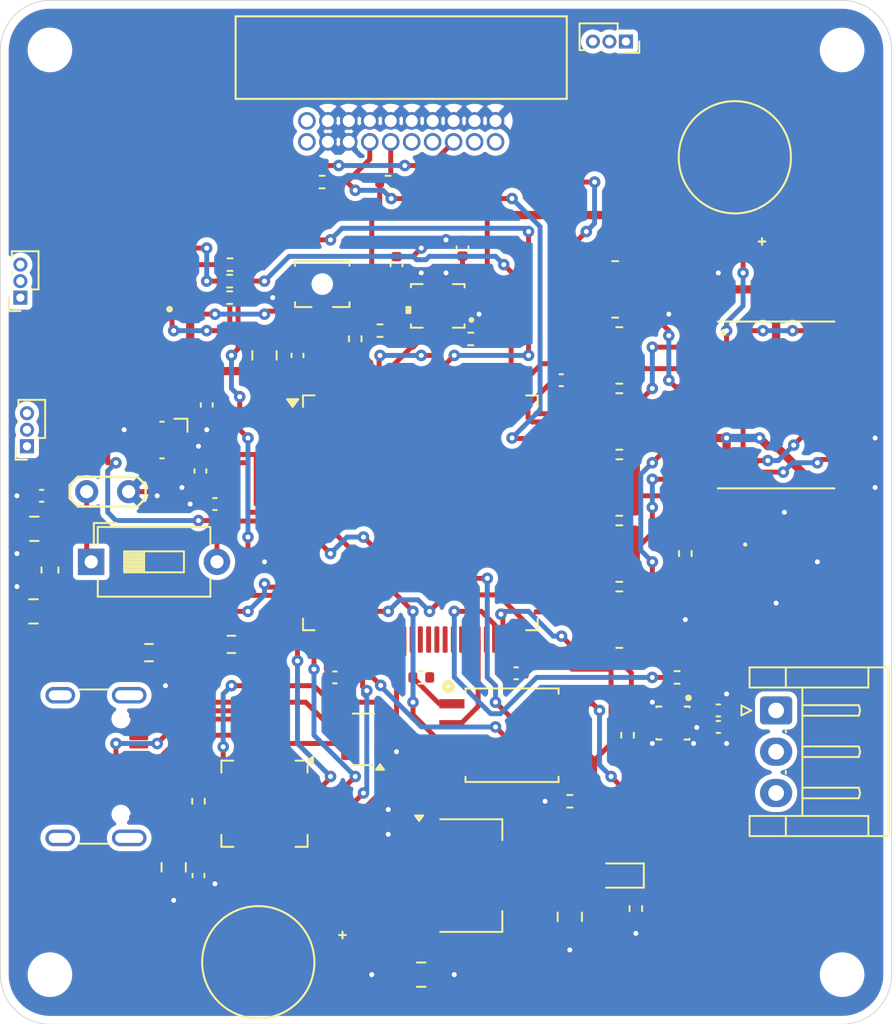
<source format=kicad_pcb>
(kicad_pcb (version 20240108) (generator "pcbnew") (generator_version "8.0")
  (layers (0 "F.Cu" signal) (31 "B.Cu" signal) (34 "B.Paste" user) (35 "F.Paste" user) (36 "B.SilkS" user "B.Silkscreen") (37 "F.SilkS" user "F.Silkscreen") (38 "B.Mask" user) (39 "F.Mask" user) (44 "Edge.Cuts" user))
  (net 0 "")
  (net 1 "Net-(SW1-B)")
  (net 2 "BOOT0")
  (net 3 "GND")
  (net 4 "OSC_IN")
  (net 5 "OSC_OUT")
  (net 6 "+3.3V")
  (net 7 "VBUS")
  (net 8 "NRST")
  (net 9 "Net-(C11-Pad1)")
  (net 10 "+3.3VA")
  (net 11 "Net-(D1-K)")
  (net 12 "Net-(U5-D+)")
  (net 13 "Net-(U5-VBUS)")
  (net 14 "Net-(U5-D-)")
  (net 15 "Net-(D3-GK)")
  (net 16 "Net-(D3-RK)")
  (net 17 "Net-(D3-BK)")
  (net 18 "GPIO1_INPUT")
  (net 19 "GPIO1_OUTPUT")
  (net 20 "GPIO1_ADC")
  (net 31 "Net-(JP1-B)")
  (net 32 "SYS_SWCLK")
  (net 35 "SYS_SWDIO")
  (net 38 "Net-(U5-~{RST})")
  (net 39 "/Movement/GPS")
  (net 40 "SPI1_SCK")
  (net 41 "USART2_CTS")
  (net 42 "USART2_RX")
  (net 43 "USART2_TX")
  (net 44 "I2C1_SCL")
  (net 45 "I2C1_SDA")
  (net 46 "LPTIM1_IN")
  (net 47 "SPI1_MISO")
  (net 48 "LPTIM1_OUT")
  (net 49 "SPI1_MOSI")
  (net 50 "/Movement/3V_BAK")
  (net 51 "Net-(C20-Pad1)")
  (net 52 "Net-(U1-VCC_RF)")
  (net 53 "GPS_RST")
  (net 54 "Net-(U1-~{RESET})")
  (net 55 "Net-(U1-~{SAFEBOOT})")
  (net 56 "LPUART1_RTS")
  (net 57 "GPS_SBOOT")
  (net 58 "IMU_OUTPUT")
  (net 59 "GPS_INT")
  (net 60 "Net-(U1-EXTINT)")
  (net 61 "Net-(U1-TXD)")
  (net 62 "Net-(U1-RXD)")
  (net 63 "GPS_TIM")
  (net 64 "Net-(U1-TIMEPULSE)")
  (net 67 "IMU_INPUT")
  (net 72 "LPUART1_CTS")
  (net 73 "LPUART1_RX")
  (net 75 "LPUART1_TX")
  (net 77 "USART1_TX")
  (net 107 "GPIO2_OUTPUT")
  (net 108 "GPIO2_ADC")
  (net 118 "USART1_RX")
  (net 119 "GPIO2_INPUT")
  (net 120 "GPIO3_INPUT")
  (net 121 "GPIO3_OUTPUT")
  (net 124 "GPIO3_ADC")
  (net 127 "GPIO4_OUTPUT")
  (net 129 "GPIO4_ADC")
  (net 139 "GPIO4_INPUT")
  (net 141 "I2C2_SCL")
  (net 147 "I2C2_SDA")
  (net 149 "BP_INT")
  (net 154 "SPI1_NSS***********")
  (net 155 "BP_INT****")
  (net 157 "IMU_INPUT***")
  (net 158 "IMU_OUTPUT***")
  (footprint "MountingHole:MountingHole_2.2mm_M2" (layer "F.Cu") (at 87.5 94 90)
    (property "Reference" "H1" (hide yes))
    (property "Value" "MountingHole" (hide yes))
  )
  (footprint "FlightComputer:MS621FE-FL11E" (layer "F.Cu") (at 100.125 149.25)
    (property "Reference" "BT2" (hide yes))
    (property "Value" "5V Battery" (hide yes))
  )
  (footprint "Inductor_SMD:L_0603_1608Metric" (layer "F.Cu") (at 87.5 125.5 -90)
    (property "Reference" "FB1" (hide yes))
    (property "Value" "120R" (hide yes))
  )
  (footprint "Connector_PinSocket_1.00mm:PinSocket_1x03_P1.00mm_Vertical" (layer "F.Cu") (at 122.4 93.49 -90)
    (property "Reference" "J4" (hide yes))
    (property "Value" "Conn_01x03" (hide yes))
  )
  (footprint "FlightComputer:BMP390" (layer "F.Cu") (at 125.3003 134.7879)
    (property "Reference" "U7" (hide yes))
    (property "Value" "BMP390")
  )
  (footprint "Capacitor_SMD:C_0402_1005Metric" (layer "F.Cu") (at 97 115.5 -90)
    (property "Reference" "C1" (hide yes))
    (property "Value" "70pF" (hide yes))
  )
  (footprint "Capacitor_SMD:C_0805_2012Metric" (layer "F.Cu") (at 110 150)
    (property "Reference" "C6" (hide yes))
    (property "Value" "22u" (hide yes))
  )
  (footprint "Resistor_SMD:R_0612_1632Metric" (layer "F.Cu") (at 122 120.5)
    (property "Reference" "R18" (hide yes))
    (property "Value" "33" (hide yes))
  )
  (footprint "Resistor_SMD:R_0402_1005Metric" (layer "F.Cu") (at 96.5 139.5 90)
    (property "Reference" "R3" (hide yes))
    (property "Value" "1kOhm" (hide yes))
  )
  (footprint "Capacitor_SMD:C_0402_1005Metric" (layer "F.Cu") (at 115.75 131.75 180)
    (property "Reference" "C4" (hide yes))
    (property "Value" "100n" (hide yes))
  )
  (footprint "Resistor_SMD:R_0603_1608Metric" (layer "F.Cu") (at 98.5 130 180)
    (property "Reference" "R2" (hide yes))
    (property "Value" "22.1 kOhm" (hide yes))
  )
  (footprint "Resistor_SMD:R_0402_1005Metric" (layer "F.Cu") (at 122.5 135.5 90)
    (property "Reference" "R15" (hide yes))
    (property "Value" "4.7k" (hide yes))
  )
  (footprint "Capacitor_SMD:C_0805_2012Metric" (layer "F.Cu") (at 100.5 112.5 90)
    (property "Reference" "C3" (hide yes))
    (property "Value" "10u" (hide yes))
  )
  (footprint "FlightComputer:BMI323" (layer "F.Cu") (at 111 109.5 180)
    (property "Reference" "U6" (hide yes))
    (property "Value" "BMI323" (hide yes))
  )
  (footprint "LED_SMD:LED_0603_1608Metric" (layer "F.Cu") (at 122 144 180)
    (property "Reference" "D1" (hide yes))
    (property "Value" "LED" (hide yes))
  )
  (footprint "Resistor_SMD:R_0612_1632Metric" (layer "F.Cu") (at 122 112.5 180)
    (property "Reference" "R23" (hide yes))
    (property "Value" "33" (hide yes))
  )
  (footprint "Connector_JST:JST_EH_S3B-EH_1x03_P2.50mm_Horizontal" (layer "F.Cu") (at 131.5 134 -90)
    (property "Reference" "J1" (hide yes))
    (property "Value" "Conn_01x03" (hide yes))
  )
  (footprint "Package_DFN_QFN:QFN-28-1EP_5x5mm_P0.5mm_EP3.35x3.35mm" (layer "F.Cu") (at 100.5 139.65 -90)
    (property "Reference" "U5" (hide yes))
    (property "Value" "CP2102N-Axx-xQFN28" (hide yes))
  )
  (footprint "MountingHole:MountingHole_2.2mm_M2" (layer "F.Cu") (at 135.5 150 90)
    (property "Reference" "H3" (hide yes))
    (property "Value" "MountingHole" (hide yes))
  )
  (footprint "Resistor_SMD:R_0612_1632Metric" (layer "F.Cu") (at 122 116.5 180)
    (property "Reference" "R22" (hide yes))
    (property "Value" "33" (hide yes))
  )
  (footprint "Capacitor_SMD:C_0402_1005Metric" (layer "F.Cu") (at 128 135)
    (property "Reference" "C19" (hide yes))
    (property "Value" "0.1uF" (hide yes))
  )
  (footprint "Resistor_SMD:R_0402_1005Metric" (layer "F.Cu") (at 98.39 108)
    (property "Reference" "R10" (hide yes))
    (property "Value" "82" (hide yes))
  )
  (footprint "Capacitor_SMD:C_0402_1005Metric" (layer "F.Cu") (at 102.5 112.5 90)
    (property "Reference" "C8" (hide yes))
    (property "Value" "100n" (hide yes))
  )
  (footprint "TestPoint:TestPoint_2Pads_Pitch2.54mm_Drill0.8mm" (layer "F.Cu") (at 92.2675 120.75 180)
    (property "Reference" "JP1" (hide yes))
    (property "Value" "Open Jumper" (hide yes))
  )
  (footprint "Resistor_SMD:R_0402_1005Metric" (layer "F.Cu") (at 107.5 111)
    (property "Reference" "R12" (hide yes))
    (property "Value" "10kOhm" (hide yes))
  )
  (footprint "Capacitor_SMD:C_0805_2012Metric" (layer "F.Cu") (at 86.5 128 180)
    (property "Reference" "C13" (hide yes))
    (property "Value" "1u" (hide yes))
  )
  (footprint "Crystal:Crystal_SMD_Abracon_ABM10-4Pin_2.5x2.0mm" (layer "F.Cu") (at 94.2925 117.625 -90)
    (property "Reference" "Y1" (hide yes))
    (property "Value" "32 MHz" (hide yes))
  )
  (footprint "Resistor_SMD:R_0402_1005Metric" (layer "F.Cu") (at 103.99 102)
    (property "Reference" "R5" (hide yes))
    (property "Value" "10k" (hide yes))
  )
  (footprint "FlightComputer:MS621FE-FL11E" (layer "F.Cu") (at 129 100.5 -90)
    (property "Reference" "BT1" (hide yes))
    (property "Value" "MS614SE-FL28E" (hide yes))
  )
  (footprint "Resistor_SMD:R_0603_1608Metric" (layer "F.Cu") (at 93.5 130.5)
    (property "Reference" "R4" (hide yes))
    (property "Value" "47.5 kOhm" (hide yes))
  )
  (footprint "Resistor_SMD:R_0402_1005Metric" (layer "F.Cu") (at 107.99 102)
    (property "Reference" "R6" (hide yes))
    (property "Value" "10k" (hide yes))
  )
  (footprint "Capacitor_SMD:C_0402_1005Metric" (layer "F.Cu") (at 96.5 144 -90)
    (property "Reference" "C15" (hide yes))
    (property "Value" "0.1 uF" (hide yes))
  )
  (footprint "FlightComputer:MAX-8C-0" (layer "F.Cu") (at 131.5 115.5)
    (property "Reference" "U1" (hide yes))
    (property "Value" "MAX-8C-0-10" (hide yes))
  )
  (footprint "Resistor_SMD:R_0402_1005Metric" (layer "F.Cu") (at 113 111.5 180)
    (property "Reference" "R13" (hide yes))
    (property "Value" "10kOhm" (hide yes))
  )
  (footprint "FlightComputer:3220-20-0200-00" (layer "F.Cu") (at 108.785 98.29705)
    (property "Reference" "P1" (hide yes))
    (property "Value" "3220-20-0200-00" (hide yes))
  )
  (footprint "Resistor_SMD:R_0612_1632Metric" (layer "F.Cu") (at 122 128.5)
    (property "Reference" "R19" (hide yes))
    (property "Value" "33" (hide yes))
  )
  (footprint "Capacitor_SMD:C_0402_1005Metric" (layer "F.Cu") (at 108.5 107 90)
    (property "Reference" "C17" (hide yes))
    (property "Value" "0.1uF" (hide yes))
  )
  (footprint "FlightComputer:SST25VF040B-50-4I-S2AE-T" (layer "F.Cu") (at 115.5 135.5)
    (property "Reference" "U2" (hide yes))
    (property "Value" "Engine-Controller_SST25VF040B-50-4I-S2AE-T" (hide yes))
  )
  (footprint "FlightComputer:CLMVC-FKA-CL1D1L71BB7C3C3" (layer "F.Cu") (at 95.45 107.75 90)
    (property "Reference" "D3" (hide yes))
    (property "Value" "LED_RGBA" (hide yes))
  )
  (footprint "Capacitor_SMD:C_0402_1005Metric" (layer "F.Cu") (at 104.77 132 180)
    (property "Reference" "C5" (hide yes))
    (property "Value" "100n" (hide yes))
  )
  (footprint "Capacitor_SMD:C_0402_1005Metric" (layer "F.Cu") (at 112.5 106 90)
    (property "Reference" "C16" (hide yes))
    (property "Value" "0.1uF" (hide yes))
  )
  (footprint "Capacitor_SMD:C_0805_2012Metric" (layer "F.Cu") (at 86.55 123 180)
    (property "Reference" "C12" (hide yes))
    (property "Value" "1u" (hide yes))
  )
  (footprint "Capacitor_SMD:C_0402_1005Metric" (layer "F.Cu") (at 87 121 180)
    (property "Reference" "C11" (hide yes))
    (property "Value" "10n" (hide yes))
  )
  (footprint "Capacitor_SMD:C_0402_1005Metric" (layer "F.Cu") (at 128 134)
    (property "Reference" "C18" (hide yes))
    (property "Value" "0.1uF" (hide yes))
  )
  (footprint "Resistor_SMD:R_0612_1632Metric" (layer "F.Cu") (at 122 124.5 180)
    (property "Reference" "R17" (hide yes))
    (property "Value" "33" (hide yes))
  )
  (footprint "Package_TO_SOT_SMD:SOT-223-3_TabPin2" (layer "F.Cu") (at 113 144)
    (property "Reference" "U4" (hide yes))
    (property "Value" "AMS1117-3.3" (hide yes))
  )
  (footprint "Package_TO_SOT_SMD:SOT-143" (layer "F.Cu") (at 106.5 135.75 180)
    (property "Reference" "D2" (hide yes))
    (property "Value" "SP0503BAHT" (hide yes))
  )
  (footprint "Capacitor_SMD:C_0805_2012Metric" (layer "F.Cu") (at 95 143.5 -90)
    (property "Reference" "C14" (hide yes))
    (property "Value" "4.7 uF" (hide yes))
  )
  (footprint "Capacitor_SMD:C_0805_2012Metric" (layer "F.Cu") (at 119 146.5 -90)
    (property "Reference" "C10" (hide yes))
    (property "Value" "22u" (hide yes))
  )
  (footprint "Connector_PinSocket_1.00mm:PinSocket_1x03_P1.00mm_Vertical" (layer "F.Cu") (at 86.11 118 180)
    (property "Reference" "J5" (hide yes))
    (property "Value" "Conn_01x03" (hide yes))
  )
  (footprint "MountingHole:MountingHole_2.2mm_M2" (layer "F.Cu") (at 135.5 94 90)
    (property "Reference" "H4" (hide yes))
    (property "Value" "MountingHole" (hide yes))
  )
  (footprint "Capacitor_SMD:C_0402_1005Metric" (layer "F.Cu") (at 97.4975 121.5 180)
    (property "Reference" "C9" (hide yes))
    (property "Value" "0.1uF" (hide yes))
  )
  (footprint "Button_Switch_THT:SW_DIP_SPSTx01_Slide_6.7x4.1mm_W7.62mm_P2.54mm_LowProfile" (layer "F.Cu") (at 90 125)
    (property "Reference" "SW2" (hide yes))
    (property "Value" "RESET SWITCH" (hide yes))
  )
  (footprint "Button_Switch_SMD:SW_SPST_B3U-1100P-B" (layer "F.Cu") (at 104 109)
    (property "Reference" "SW1" (hide yes))
    (property "Value" "SW_SPDT" (hide yes))
  )
  (footprint "Resistor_SMD:R_0402_1005Metric" (layer "F.Cu") (at 106 111.49 -90)
    (property "Reference" "10k1" (hide yes))
    (property "Value" "R" (hide yes))
  )
  (footprint "MountingHole:MountingHole_2.2mm_M2" (layer "F.Cu") (at 87.5 150 90)
    (property "Reference" "H2" (hide yes))
    (property "Value" "MountingHole" (hide yes))
  )
  (footprint "FlightComputer:73412-0110" (layer "F.Cu") (at 131.5 125 -90)
    (property "Reference" "AE1" (hide yes))
    (property "Value" "0734120110" (hide yes))
  )
  (footprint "Resistor_SMD:R_0402_1005Metric" (layer "F.Cu") (at 123 146 -90)
    (property "Reference" "R1" (hide yes))
    (property "Value" "1.5kR" (hide yes))
  )
  (footprint "Connector_PinSocket_1.00mm:PinSocket_1x03_P1.00mm_Vertical" (layer "F.Cu") (at 85.71 109 180)
    (property "Reference" "J3" (hide yes))
    (property "Value" "Conn_01x03" (hide yes))
  )
  (footprint "Resistor_SMD:R_0612_1632Metric" (layer "F.Cu") (at 121.75 108.5 180)
    (property "Reference" "R24" (hide yes))
    (property "Value" "33" (hide yes))
  )
  (footprint "Connector_USB:USB_C_Receptacle_GCT_USB4105-xx-A_16P_TopMnt_Horizontal" (layer "F.Cu") (at 89.2 137.4 -90)
    (property "Reference" "J2" (hide yes))
    (property "Value" "USB_C_Receptacle_USB2.0_16P" (hide yes))
  )
  (footprint "Capacitor_SMD:C_0201_0603Metric" (layer "F.Cu") (at 126 127.5 180)
    (property "Reference" "C20" (hide yes))
    (property "Value" "0.01uF" (hide yes))
  )
  (footprint "Resistor_SMD:R_0402_1005Metric" (layer "F.Cu") (at 125.5 132 180)
    (property "Reference" "R14" (hide yes))
    (property "Value" "4.7k" (hide yes))
  )
  (footprint "Resistor_SMD:R_0402_1005Metric" (layer "F.Cu") (at 98.41 107)
    (property "Reference" "R11" (hide yes))
    (property "Value" "68" (hide yes))
  )
  (footprint "Capacitor_SMD:C_0402_1005Metric" (layer "F.Cu") (at 118.48 114 180)
    (property "Reference" "C7" (hide yes))
    (property "Value" "100n" (hide yes))
  )
  (footprint "Package_QFP:LQFP-100_14x14mm_P0.5mm" (layer "F.Cu") (at 109.945 122.03)
    (property "Reference" "U3" (hide yes))
    (property "Value" "STM32L083VBTx" (hide yes))
  )
  (footprint "Resistor_SMD:R_0402_1005Metric" (layer "F.Cu") (at 98.39 109)
    (property "Reference" "R9" (hide yes))
    (property "Value" "280" (hide yes))
  )
  (footprint "FlightComputer:L-07C27NJV6T" (layer "F.Cu") (at 127.5 126 90)
    (property "Reference" "L1" (hide yes))
    (property "Value" "27nH" (hide yes))
  )
  (footprint "Resistor_SMD:R_0402_1005Metric" (layer "F.Cu") (at 126 124.5 90)
    (property "Reference" "R16" (hide yes))
    (property "Value" "10" (hide yes))
  )
  (footprint "Resistor_SMD:R_0402_1005Metric" (layer "F.Cu") (at 110 132 180)
    (property "Reference" "R7" (hide yes))
    (property "Value" "10k" (hide yes))
  )
  (footprint "Resistor_SMD:R_0402_1005Metric" (layer "F.Cu") (at 119 139.5 180)
    (property "Reference" "R8" (hide yes))
    (property "Value" "10k" (hide yes))
  )
  (footprint "Capacitor_SMD:C_0402_1005Metric" (layer "F.Cu") (at 96.6175 119.5 -90)
    (property "Reference" "C2" (hide yes))
    (property "Value" "70pF" (hide yes))
  )
  (gr_arc (start 135.5 91) (mid 137.62132 91.87868) (end 138.5 94) (stroke (width 0.05)) (layer "Edge.Cuts"))
  (gr_line (start 138.5 94) (end 138.5 150) (stroke (width 0.05)) (layer "Edge.Cuts"))
  (gr_line (start 87.5 91) (end 135.5 91) (stroke (width 0.05)) (layer "Edge.Cuts"))
  (gr_line (start 135.5 153) (end 87.5 153) (stroke (width 0.05)) (layer "Edge.Cuts"))
  (gr_arc (start 138.5 150) (mid 137.62132 152.12132) (end 135.5 153) (stroke (width 0.05)) (layer "Edge.Cuts"))
  (gr_line (start 84.5 150) (end 84.5 94) (stroke (width 0.05)) (layer "Edge.Cuts"))
  (gr_arc (start 84.5 94) (mid 85.37868 91.87868) (end 87.5 91) (stroke (width 0.05)) (layer "Edge.Cuts"))
  (gr_arc (start 87.5 153) (mid 85.37868 152.12132) (end 84.5 150) (stroke (width 0.05)) (layer "Edge.Cuts"))
  (segment (start 106 110.98) (end 106 108.48) (width 0.3) (layer "F.Cu") (net 1))
  (segment (start 106 108.48) (end 105.7 108.18) (width 0.3) (layer "F.Cu") (net 1))
  (segment (start 106.945 112.945) (end 106 112) (width 0.3) (layer "F.Cu") (net 2))
  (segment (start 106.945 114.355) (end 106.945 112.945) (width 0.3) (layer "F.Cu") (net 2))
  (segment (start 108.5 106.52) (end 109.48 106.52) (width 0.3) (layer "F.Cu") (net 3))
  (segment (start 128.25 107.25) (end 128 107.5) (width 0.3) (layer "F.Cu") (net 3))
  (segment (start 136.9 119.9) (end 137.5 120.5) (width 0.3) (layer "F.Cu") (net 3))
  (segment (start 100.53 125.03) (end 100.5 125) (width 0.3) (layer "F.Cu") (net 3))
  (segment (start 126.0125 135.5125) (end 126.5 136) (width 0.3) (layer "F.Cu") (net 3))
  (segment (start 92.2675 120.75) (end 93.75 120.75) (width 0.3) (layer "F.Cu") (net 3))
  (segment (start 110.500001 108.000001) (end 110 107.5) (width 0.3) (layer "F.Cu") (net 3))
  (segment (start 116.47 116.28312) (end 116.47 115.53) (width 0.3) (layer "F.Cu") (net 3))
  (segment (start 95.1175 118.25) (end 96.25 118.25) (width 0.3) (layer "F.Cu") (net 3))
  (segment (start 103.75 112) (end 103.73 112.02) (width 0.3) (layer "F.Cu") (net 3))
  (segment (start 124.4875 135.2625) (end 124.4875 135.5125) (width 0.3) (layer "F.Cu") (net 3))
  (segment (start 126.75 111.1) (end 126.1 111.1) (width 0.3) (layer "F.Cu") (net 3))
  (segment (start 85.6 123) (end 85.6 124.4) (width 0.3) (layer "F.Cu") (net 3))
  (segment (start 124.4875 135.5125) (end 124 136) (width 0.3) (layer "F.Cu") (net 3))
  (segment (start 131.4238 127.4238) (end 131.5 127.5) (width 0.3) (layer "F.Cu") (net 3))
  (segment (start 110.595 137.405) (end 108 140) (width 0.3) (layer "F.Cu") (net 3))
  (segment (start 110.500001 108.5856) (end 110.500001 108.000001) (width 0.3) (layer "F.Cu") (net 3))
  (segment (start 92.88 134.2) (end 93.8 134.2) (width 0.5) (layer "F.Cu") (net 3))
  (segment (start 128.48 133.02) (end 128.5 133) (width 0.3) (layer "F.Cu") (net 3))
  (segment (start 104.25 131.5) (end 104.29 131.54) (width 0.3) (layer "F.Cu") (net 3))
  (segment (start 101.75 111.5) (end 101.7 111.55) (width 0.3) (layer "F.Cu") (net 3))
  (segment (start 111.8551 137.405) (end 110.595 137.405) (width 0.3) (layer "F.Cu") (net 3))
  (segment (start 93.75 120.75) (end 94 121) (width 0.3) (layer "F.Cu") (net 3))
  (segment (start 111 108) (end 111.5 107.5) (width 0.3) (layer "F.Cu") (net 3))
  (segment (start 95 144.45) (end 95 145.5) (width 0.3) (layer "F.Cu") (net 3))
  (segment (start 107.5 136.5) (end 108.5 136.5) (width 0.3) (layer "F.Cu") (net 3))
  (segment (start 125.68 127.5) (end 125.68 128.18) (width 0.3) (layer "F.Cu") (net 3))
  (segment (start 128.25 105.5) (end 128.25 107.25) (width 0.3) (layer "F.Cu") (net 3))
  (segment (start 104.445 129.705) (end 104.445 130.60812) (width 0.3) (layer "F.Cu") (net 3))
  (segment (start 97.0175 121.5) (end 96 121.5) (width 0.3) (layer "F.Cu") (net 3))
  (segment (start 118.49 139.5) (end 117.5 139.5) (width 0.3) (layer "F.Cu") (net 3))
  (segment (start 126.0125 135.2625) (end 126.0125 135.5125) (width 0.3) (layer "F.Cu") (net 3))
  (segment (start 97.48 144.48) (end 97.5 144.5) (width 0.3) (layer "F.Cu") (net 3))
  (segment (start 123 146.51) (end 123 147.5) (width 0.3) (layer "F.Cu") (net 3))
  (segment (start 93.4675 117) (end 92 117) (width 0.3) (layer "F.Cu") (net 3))
  (segment (start 128.48 135) (end 128.48 135.98) (width 0.3) (layer "F.Cu") (net 3))
  (segment (start 93.8 134.2) (end 94.5 133.5) (width 0.5) (layer "F.Cu") (net 3))
  (segment (start 126.1 111.1) (end 125 110) (width 0.3) (layer "F.Cu") (net 3))
  (segment (start 102.5 112.02) (end 102.27 112.02) (width 0.3) (layer "F.Cu") (net 3))
  (segment (start 126.423145 134.7625) (end 126.690001 135.029356) (width 0.3) (layer "F.Cu") (net 3))
  (segment (start 117.62 116.53) (end 116.71688 116.53) (width 0.3) (layer "F.Cu") (net 3))
  (segment (start 111.52 105.52) (end 111.5 105.5) (width 0.3) (layer "F.Cu") (net 3))
  (segment (start 119 147.45) (end 119 148.5) (width 0.3) (layer "F.Cu") (net 3))
  (segment (start 124.4875 134.2625) (end 124.4875 133.9875) (width 0.3) (layer "F.Cu") (net 3))
  (segment (start 97 115.98) (end 97 117) (width 0.3) (layer "F.Cu") (net 3))
  (segment (start 128.48 135.98) (end 128.5 136) (width 0.3) (layer "F.Cu") (net 3))
  (segment (start 131.4238 123.3772) (end 131.4238 122.5762) (width 0.3) (layer "F.Cu") (net 3))
  (segment (start 112.1557 110.250001) (end 113.249999 110.250001) (width 0.3) (layer "F.Cu") (net 3))
  (segment (start 116.71688 116.53) (end 116.47 116.28312) (width 0.3) (layer "F.Cu") (net 3))
  (segment (start 113.249999 110.250001) (end 113.5 110) (width 0.3) (layer "F.Cu") (net 3))
  (segment (start 125.68 128.18) (end 126 128.5) (width 0.3) (layer "F.Cu") (net 3))
  (segment (start 85.55 128) (end 85.55 126.55) (width 0.3) (layer "F.Cu") (net 3))
  (segment (start 115.445 130.805) (end 115.25 131) (width 0.3) (layer "F.Cu") (net 3))
  (segment (start 116.47 115.53) (end 118 114) (width 0.3) (layer "F.Cu") (net 3))
  (segment (start 112.5 105.52) (end 111.52 105.52) (width 0.3) (layer "F.Cu") (net 3))
  (segment (start 115.27 131.02) (end 115.27 131.75) (width 0.3) (layer "F.Cu") (net 3))
  (segment (start 103.73 112.02) (end 102.5 112.02) (width 0.3) (layer "F.Cu") (net 3))
  (segment (start 110.95 150) (end 112 150) (width 0.3) (layer "F.Cu") (net 3))
  (segment (start 104.445 114.355) (end 104.445 112.695) (width 0.3) (layer "F.Cu") (net 3))
  (segment (start 96.5 144.48) (end 97.48 144.48) (width 0.3) (layer "F.Cu") (net 3))
  (segment (start 132.9238 124.8522) (end 133.8522 124.8522) (width 0.3) (layer "F.Cu") (net 3))
  (segment (start 124.4875 133.9875) (end 124 133.5) (width 0.3) (layer "F.Cu") (net 3))
  (segment (start 131.4238 122.5762) (end 132 122) (width 0.3) (layer "F.Cu") (net 3))
  (segment (start 137.3 117.7) (end 137.5 117.5) (width 0.3) (layer "F.Cu") (net 3))
  (segment (start 86.52 121) (end 85.5 121) (width 0.3) (layer "F.Cu") (net 3))
  (segment (start 94.5 133.5) (end 94.5 132.5) (width 0.5) (layer "F.Cu") (net 3))
  (segment (start 85.55 126.55) (end 85.5 126.5) (width 0.3) (layer "F.Cu") (net 3))
  (segment (start 96.02 119.98) (end 95.5 120.5) (width 0.3) (layer "F.Cu") (net 3))
  (segment (start 133.8522 124.8522) (end 134 125) (width 0.3) (layer "F.Cu") (net 3))
  (segment (start 102.3 108.18) (end 101.82 108.18) (width 0.3) (layer "F.Cu") (net 3))
  (segment (start 102.27 112.02) (end 101.75 111.5) (width 0.3) (layer "F.Cu") (net 3))
  (segment (start 108.2 141.7) (end 108 141.5) (width 0.5) (layer "F.Cu") (net 3))
  (segment (start 109.85 141.7) (end 108.2 141.7) (width 0.5) (layer "F.Cu") (net 3))
  (segment (start 111 108.5856) (end 111 108) (width 0.3) (layer "F.Cu") (net 3))
  (segment (start 115.25 131) (end 115.27 131.02) (width 0.3) (layer "F.Cu") (net 3))
  (segment (start 101.82 108.18) (end 101 109) (width 0.3) (layer "F.Cu") (net 3))
  (segment (start 136.25 117.7) (end 137.3 117.7) (width 0.3) (layer "F.Cu") (net 3))
  (segment (start 96.6175 119.98) (end 96.02 119.98) (width 0.3) (layer "F.Cu") (net 3))
  (segment (start 96.25 118.25) (end 96.5 118) (width 0.3) (layer "F.Cu") (net 3))
  (segment (start 104.29 131.54) (end 104.29 132) (width 0.3) (layer "F.Cu") (net 3))
  (segment (start 109.48 106.52) (end 110 106) (width 0.3) (layer "F.Cu") (net 3))
  (segment (start 104.25 130.80312) (end 104.25 131.5) (width 0.3) (layer "F.Cu") (net 3))
  (segment (start 101.7 111.55) (end 100.5 111.55) (width 0.3) (layer "F.Cu") (net 3))
  (segment (start 105.125 150) (end 107 150) (width 0.3) (layer "F.Cu") (net 3))
  (segment (start 126.0125 134.7625) (end 126.423145 134.7625) (width 0.3) (layer "F.Cu") (net 3))
  (segment (start 131.4238 126.3272) (end 131.4238 127.4238) (width 0.3) (layer "F.Cu") (net 3))
  (segment (start 115.445 129.705) (end 115.445 130.805) (width 0.3) (layer "F.Cu") (net 3))
  (segment (start 102.27 125.03) (end 100.53 125.03) (width 0.3) (layer "F.Cu") (net 3))
  (segment (start 85.6 124.4) (end 85.5 124.5) (width 0.3) (layer "F.Cu") (net 3))
  (segment (start 136.25 119.9) (end 136.9 119.9) (width 0.3) (layer "F.Cu") (net 3))
  (segment (start 104.445 112.695) (end 103.75 112) (width 0.3) (layer "F.Cu") (net 3))
  (segment (start 104.445 130.60812) (end 104.25 130.80312) (width 0.3) (layer "F.Cu") (net 3))
  (segment (start 128.48 134) (end 128.48 133.02) (width 0.3) (layer "F.Cu") (net 3))
  (via (at 96.5 118) (size 0.7) (drill 0.3) (layers "F.Cu" "B.Cu") (net 3))
  (via (at 85.5 121) (size 0.7) (drill 0.3) (layers "F.Cu" "B.Cu") (net 3))
  (via (at 128.5 136) (size 0.7) (drill 0.3) (layers "F.Cu" "B.Cu") (net 3))
  (via (at 108 141.5) (size 0.7) (drill 0.3) (layers "F.Cu" "B.Cu") (net 3))
  (via (at 132 122) (size 0.7) (drill 0.3) (layers "F.Cu" "B.Cu") (net 3))
  (via (at 113.5 110) (size 0.7) (drill 0.3) (layers "F.Cu" "B.Cu") (net 3))
  (via (at 124 133.5) (size 0.7) (drill 0.3) (layers "F.Cu" "B.Cu") (net 3))
  (via (at 128 107.5) (size 0.7) (drill 0.3) (layers "F.Cu" "B.Cu") (net 3))
  (via (at 119 148.5) (size 0.7) (drill 0.3) (layers "F.Cu" "B.Cu") (net 3))
  (via (at 111.5 105.5) (size 0.7) (drill 0.3) (layers "F.Cu" "B.Cu") (net 3))
  (via (at 92 117) (size 0.7) (drill 0.3) (layers "F.Cu" "B.Cu") (net 3))
  (via (at 137.5 117.5) (size 0.7) (drill 0.3) (layers "F.Cu" "B.Cu") (net 3))
  (via (at 97 117) (size 0.7) (drill 0.3) (layers "F.Cu" "B.Cu") (net 3))
  (via (at 101 109) (size 0.7) (drill 0.3) (layers "F.Cu" "B.Cu") (net 3))
  (via (at 94.5 132.5) (size 0.7) (drill 0.3) (layers "F.Cu" "B.Cu") (net 3))
  (via (at 126.690001 135.029356) (size 0.7) (drill 0.3) (layers "F.Cu" "B.Cu") (net 3))
  (via (at 131.5 127.5) (size 0.7) (drill 0.3) (layers "F.Cu" "B.Cu") (net 3))
  (via (at 128.5 133) (size 0.7) (drill 0.3) (layers "F.Cu" "B.Cu") (net 3))
  (via (at 124 136) (size 0.7) (drill 0.3) (layers "F.Cu" "B.Cu") (net 3))
  (via (at 137.5 120.5) (size 0.7) (drill 0.3) (layers "F.Cu" "B.Cu") (net 3))
  (via (at 100.5 125) (size 0.7) (drill 0.3) (layers "F.Cu" "B.Cu") (net 3))
  (via (at 112 150) (size 0.7) (drill 0.3) (layers "F.Cu" "B.Cu") (net 3))
  (via (at 85.5 124.5) (size 0.7) (drill 0.3) (layers "F.Cu" "B.Cu") (net 3))
  (via (at 123 147.5) (size 0.7) (drill 0.3) (layers "F.Cu" "B.Cu") (net 3))
  (via (at 126.5 136) (size 0.7) (drill 0.3) (layers "F.Cu" "B.Cu") (net 3))
  (via (at 95 145.5) (size 0.7) (drill 0.3) (layers "F.Cu" "B.Cu") (net 3))
  (via (at 85.5 126.5) (size 0.7) (drill 0.3) (layers "F.Cu" "B.Cu") (net 3))
  (via (at 110 106) (size 0.7) (drill 0.3) (layers "F.Cu" "B.Cu") (net 3))
  (via (at 107 150) (size 0.7) (drill 0.3) (layers "F.Cu" "B.Cu") (net 3))
  (via (at 108.5 136.5) (size 0.7) (drill 0.3) (layers "F.Cu" "B.Cu") (net 3))
  (via (at 117.5 139.5) (size 0.7) (drill 0.3) (layers "F.Cu" "B.Cu") (net 3))
  (via (at 134 125) (size 0.7) (drill 0.3) (layers "F.Cu" "B.Cu") (net 3))
  (via (at 111.5 107.5) (size 0.7) (drill 0.3) (layers "F.Cu" "B.Cu") (net 3))
  (via (at 95.5 120.5) (size 0.7) (drill 0.3) (layers "F.Cu" "B.Cu") (net 3))
  (via (at 126 128.5) (size 0.7) (drill 0.3) (layers "F.Cu" "B.Cu") (net 3))
  (via (at 96 121.5) (size 0.7) (drill 0.3) (layers "F.Cu" "B.Cu") (net 3))
  (via (at 110 107.5) (size 0.7) (drill 0.3) (layers "F.Cu" "B.Cu") (net 3))
  (via (at 108 140) (size 0.7) (drill 0.3) (layers "F.Cu" "B.Cu") (net 3))
  (via (at 97.5 144.5) (size 0.7) (drill 0.3) (layers "F.Cu" "B.Cu") (net 3))
  (via (at 94 121) (size 0.7) (drill 0.3) (layers "F.Cu" "B.Cu") (net 3))
  (via (at 125 110) (size 0.7) (drill 0.3) (layers "F.Cu" "B.Cu") (net 3))
  (segment (start 95.1175 117) (end 95.1175 116.3) (width 0.3) (layer "F.Cu") (net 4))
  (segment (start 98 115.710001) (end 97.309999 115.02) (width 0.3) (layer "F.Cu") (net 4))
  (segment (start 97.309999 115.02) (end 97 115.02) (width 0.3) (layer "F.Cu") (net 4))
  (segment (start 100.53 121.53) (end 100.5 121.5) (width 0.3) (layer "F.Cu") (net 4))
  (segment (start 98 118.5) (end 98 115.710001) (width 0.3) (layer "F.Cu") (net 4))
  (segment (start 100 118.5) (end 98 118.5) (width 0.3) (layer "F.Cu") (net 4))
  (segment (start 100.5 121.5) (end 100 121.5) (width 0.3) (layer "F.Cu") (net 4))
  (segment (start 102.27 121.53) (end 100.53 121.53) (width 0.3) (layer "F.Cu") (net 4))
  (segment (start 95.1175 116.3) (end 96.3975 115.02) (width 0.3) (layer "F.Cu") (net 4))
  (segment (start 96.3975 115.02) (end 97 115.02) (width 0.3) (layer "F.Cu") (net 4))
  (segment (start 100 121.5) (end 100 118.5) (width 0.3) (layer "F.Cu") (net 4))
  (segment (start 94.2375 119.02) (end 93.4675 118.25) (width 0.3) (layer "F.Cu") (net 5))
  (segment (start 100 122) (end 99.5 122) (width 0.3) (layer "F.Cu") (net 5))
  (segment (start 99 119) (end 98.98 119.02) (width 0.3) (layer "F.Cu") (net 5))
  (segment (start 99.5 119) (end 99 119) (width 0.3) (layer "F.Cu") (net 5))
  (segment (start 96.6175 119.02) (end 94.2375 119.02) (width 0.3) (layer "F.Cu") (net 5))
  (segment (start 102.27 122.03) (end 100.03 122.03) (width 0.3) (layer "F.Cu") (net 5))
  (segment (start 99.5 122) (end 99.5 119) (width 0.3) (layer "F.Cu") (net 5))
  (segment (start 100.03 122.03) (end 100 122) (width 0.3) (layer "F.Cu") (net 5))
  (segment (start 98.98 119.02) (end 96.6175 119.02) (width 0.3) (layer "F.Cu") (net 5))
  (segment (start 107 110) (end 107 110.99) (width 0.3) (layer "F.Cu") (net 6))
  (segment (start 126 133.5) (end 126.5 134) (width 0.3) (layer "F.Cu") (net 6))
  (segment (start 131.5 108.5) (end 126.5 108.5) (width 0.5) (layer "F.Cu") (net 6))
  (segment (start 110.4356 110.727001) (end 109.227001 110.727001) (width 0.3) (layer "F.Cu") (net 6))
  (segment (start 120.425 143.075) (end 122 143.075) (width 0.5) (layer "F.Cu") (net 6))
  (segment (start 127.5 143.075) (end 135.425 143.075) (width 0.5) (layer "F.Cu") (net 6))
  (segment (start 120.395 133.595) (end 120.8 134) (width 0.3) (layer "F.Cu") (net 6))
  (segment (start 99.5 136) (end 99 135.5) (width 0.3) (layer "F.Cu") (net 6))
  (segment (start 102.27 112.98) (end 101.75 113.5) (width 0.3) (layer "F.Cu") (net 6))
  (segment (start 96.5 141) (end 98 142.5) (width 0.3) (layer "F.Cu") (net 6))
  (segment (start 98 143.5) (end 98.5 144) (width 0.3) (layer "F.Cu") (net 6))
  (segment (start 126.01 132) (end 127.5 132) (width 0.3) (layer "F.Cu") (net 6))
  (segment (start 107.48 102) (end 107.48 103.98) (width 0.3) (layer "F.Cu") (net 6))
  (segment (start 131.5 118) (end 131 118) (width 0.5) (layer "F.Cu") (net 6))
  (segment (start 129 130.5) (end 135.5 130.5) (width 0.3) (layer "F.Cu") (net 6))
  (segment (start 115.945 129.705) (end 115.945 130.695) (width 0.3) (layer "F.Cu") (net 6))
  (segment (start 119.5 144) (end 121.2125 144) (width 0.5) (layer "F.Cu") (net 6))
  (segment (start 96.5 143) (end 96.05 142.55) (width 0.3) (layer "F.Cu") (net 6))
  (segment (start 126.7375 134.2625) (end 127 134) (width 0.3) (layer "F.Cu") (net 6))
  (segment (start 107 104) (end 103.5 104) (width 0.5) (layer "F.Cu") (net 6))
  (segment (start 92 104) (end 92 115) (width 0.5) (layer "F.Cu") (net 6))
  (segment (start 103.945 114.355) (end 103.945 113.445) (width 0.3) (layer "F.Cu") (net 6))
  (segment (start 103.5 104) (end 92 104) (width 0.5) (layer "F.Cu") (net 6))
  (segment (start 98 142.5) (end 98 143.5) (width 0.3) (layer "F.Cu") (net 6))
  (segment (start 108.5 108) (end 107.5 108) (width 0.3) (layer "F.Cu") (net 6))
  (segment (start 131.5 118) (end 131.5 108.5) (width 0.5) (layer "F.Cu") (net 6))
  (segment (start 128.5 117.5) (end 126.95 117.5) (width 0.5) (layer "F.Cu") (net 6))
  (segment (start 99 137.2) (end 99 135.5) (width 0.3) (layer "F.Cu") (net 6))
  (segment (start 95 141) (end 96.5 141) (width 0.3) (layer "F.Cu") (net 6))
  (segment (start 95 138) (end 95 141) (width 0.3) (layer "F.Cu") (net 6))
  (segment (start 135.5 143) (end 135.5 130.5) (width 0.5) (layer "F.Cu") (net 6))
  (segment (start 107.01 109.99) (end 107 110) (width 0.3) (layer "F.Cu") (net 6))
  (segment (start 107 107.5) (end 107 104) (width 0.3) (layer "F.Cu") (net 6))
  (segment (start 125 135.525) (end 125 143.075) (width 0.3) (layer "F.Cu") (net 6))
  (segment (start 96.5 113.45) (end 100.5 113.45) (width 0.5) (layer "F.Cu") (net 6))
  (segment (start 118.96 116.99) (end 118.96 114) (width 0.3) (layer "F.Cu") (net 6))
  (segment (start 131 118) (end 130.5 117.5) (width 0.5) (layer "F.Cu") (net 6))
  (segment (start 112.51005 107.5) (end 114 107.5) (width 0.3) (layer "F.Cu") (net 6))
  (segment (start 115.945 130.695) (end 116.25 131) (width 0.3) (layer "F.Cu") (net 6))
  (segment (start 135.425 143.075) (end 135.5 143) (width 0.5) (layer "F.Cu") (net 6))
  (segment (start 100.68 109.82) (end 100.5 110) (width 0.3) (layer "F.Cu") (net 6))
  (segment (start 127 134) (end 127.52 134) (width 0.3) (layer "F.Cu") (net 6))
  (segment (start 101.75 113.5) (end 101.7 113.45) (width 0.3) (layer "F.Cu") (net 6))
  (segment (start 99.5 137.2) (end 99.5 136.5) (width 0.3) (layer "F.Cu") (net 6))
  (segment (start 103.48 102) (end 103.48 103.98) (width 0.3) (layer "F.Cu") (net 6))
  (segment (start 116.23 131.02) (end 116.23 131.75) (width 0.3) (layer "F.Cu") (net 6))
  (segment (start 125.5 133.5) (end 126 133.5) (width 0.3) (layer "F.Cu") (net 6))
  (segment (start 109.8443 108.749999) (end 108.749999 108.749999) (width 0.3) (layer "F.Cu") (net 6))
  (segment (start 121.5 138) (end 122 138.5) (width 0.3) (layer "F.Cu") (net 6))
  (segment (start 112.5 107.48995) (end 112.5 106.48) (width 0.3) (layer "F.Cu") (net 6))
  (segment (start 122 104) (end 114 104) (width 0.5) (layer "F.Cu") (net 6))
  (segment (start 103.48 103.98) (end 103.5 104) (width 0.3) (layer "F.Cu") (net 6))
  (segment (start 126.0125 134.2625) (end 126.7375 134.2625) (width 0.3) (layer "F.Cu") (net 6))
  (segment (start 117.62 117.03) (end 119 117.03) (width 0.3) (layer "F.Cu") (net 6))
  (segment (start 108.5 108) (end 108.5 107.48) (width 0.3) (layer "F.Cu") (net 6))
  (segment (start 107 110.99) (end 106.99 111) (width 0.3) (layer "F.Cu") (net 6))
  (segment (start 119 144) (end 119.5 144) (width 0.5) (layer "F.Cu") (net 6))
  (segment (start 96 112.95) (end 96.5 113.45) (width 0.5) (layer "F.Cu") (net 6))
  (segment (start 126.5 108.5) (end 122 104) (width 0.5) (layer "F.Cu") (net 6))
  (segment (start 95 142.55) (end 95 141) (width 0.3) (layer "F.Cu") (net 6))
  (segment (start 104.945 129.705) (end 104.945 130.60812) (width 0.3) (layer "F.Cu") (net 6))
  (segment (start 107.5 104) (end 107 104) (width 0.5) (layer "F.Cu") (net 6))
  (segment (start 96.5 143.52) (end 96.5 143) (width 0.3) (layer "F.Cu") (net 6))
  (segment (start 114 107.5) (end 114 104) (width 0.3) (layer "F.Cu") (net 6))
  (segment (start 111.499999 108.5856) (end 111.499999 108.489951) (width 0.3) (layer "F.Cu") (net 6))
  (segment (start 116.15 144) (end 119 144) (width 0.5) (layer "F.Cu") (net 6))
  (segment (start 128.5 119) (end 128.3 118.8) (width 0.5) (layer "F.Cu") (net 6))
  (segment (start 96 110) (end 96 112.95) (width 0.5) (layer "F.Cu") (net 6))
  (segment (start 101.7 113.45) (end 100.5 113.45) (width 0.3) (layer "F.Cu") (net 6))
  (segment (start 97.5 135.5) (end 95 138) (width 0.3) (layer "F.Cu") (net 6))
  (segment (start 103.48 112.98) (end 102.5 112.98) (width 0.3) (layer "F.Cu") (net 6))
  (segment (start 111.499999 108.489951) (end 112.5 107.48995) (width 0.3) (layer "F.Cu") (net 6))
  (segment (start 110.500001 110.6626) (end 110.4356 110.727001) (width 0.3) (layer "F.Cu") (net 6))
  (segment (start 97.5 110) (end 96 110) (width 0.3) (layer "F.Cu") (net 6))
  (segment (start 110.500001 110.4144) (end 110.500001 110.6626) (width 0.3) (layer "F.Cu") (net 6))
  (segment (start 115.96 129.72) (end 115.945 129.705) (width 0.3) (layer "F.Cu") (net 6))
  (segment (start 107.5 108) (end 107 107.5) (width 0.3) (layer "F.Cu") (net 6))
  (segment (start 119.1449 133.595) (end 120.395 133.595) (width 0.3) (layer "F.Cu") (net 6))
  (segment (start 128.3 118.8) (end 126.75 118.8) (width 0.5) (layer "F.Cu") (net 6))
  (segment (start 102.5 112.98) (end 102.27 112.98) (width 0.3) (layer "F.Cu") (net 6))
  (segment (start 135.5 130.5) (end 135.5 122) (width 0.5) (layer "F.Cu") (net 6))
  (segment (start 128.5 117.5) (end 128.5 119) (width 0.5) (layer "F.Cu") (net 6))
  (segment (start 107 110) (end 107 107.5) (width 0.3) (layer "F.Cu") (net 6))
  (segment (start 116.25 131) (end 116.23 131.02) (width 0.3) (layer "F.Cu") (net 6))
  (segment (start 99.5 136.5) (end 99.5 136) (width 0.3) (layer "F.Cu") (net 6))
  (segment (start 119.5 144) (end 120.425 143.075) (width 0.5) (layer "F.Cu") (net 6))
  (segment (start 108.749999 108.749999) (end 108.5 108.5) (width 0.3) (layer "F.Cu") (net 6))
  (segment (start 98.5 144) (end 109.85 144) (width 0.3) (layer "F.Cu") (net 6))
  (segment (start 126.95 117.5) (end 126.75 117.7) (width 0.5) (layer "F.Cu") (net 6))
  (segment (start 99 135.5) (end 97.5 135.5) (width 0.3) (layer "F.Cu") (net 6))
  (segment (start 122 138.5) (end 122 143.075) (width 0.3) (layer "F.Cu") (net 6))
  (segment (start 127.52 143.055) (end 127.5 143.075) (width 0.3) (layer "F.Cu") (net 6))
  (segment (start 127.52 135) (end 127.52 143.055) (width 0.3) (layer "F.Cu") (net 6))
  (segment (start 108.49 109.99) (end 107.01 109.99) (width 0.3) (layer "F.Cu") (net 6))
  (segment (start 109.227001 110.727001) (end 108.49 109.99) (width 0.3) (layer "F.Cu") (net 6))
  (segment (start 96.05 142.55) (end 95 142.55) (width 0.3) (layer "F.Cu") (net 6))
  (segment (start 95.55 113.45) (end 96.5 113.45) (width 0.5) (layer "F.Cu") (net 6))
  (segment (start 96 108.5) (end 96 110) (width 0.5) (layer "F.Cu") (net 6))
  (segment (start 125 143.075) (end 127.5 143.075) (width 0.5) (layer "F.Cu") (net 6))
  (segment (start 108.5 108.5) (end 108.5 108) (width 0.3) (layer "F.Cu") (net 6))
  (segment (start 92 115) (end 94 115) (width 0.5) (layer "F.Cu") (net 6))
  (segment (start 135.5 122) (end 131.5 118) (width 0.5) (layer "F.Cu") (net 6))
  (segment (start 105.25 130.91312) (end 105.25 132) (width 0.3) (layer "F.Cu") (net 6))
  (segment (start 125.5 134) (end 125.5 133.5) (width 0.3) (layer "F.Cu") (net 6))
  (segment (start 127.52 134) (end 127.52 135) (width 0.3) (layer "F.Cu") (net 6))
  (segment (start 119 117.03) (end 118.96 116.99) (width 0.3) (layer "F.Cu") (net 6))
  (segment (start 107.48 103.98) (end 107.5 104) (width 0.3) (layer "F.Cu") (net 6))
  (segment (start 103.945 113.445) (end 103.48 112.98) (width 0.3) (layer "F.Cu") (net 6))
  (segment (start 126.5 134) (end 127 134) (width 0.3) (layer "F.Cu") (net 6))
  (segment (start 122 143.075) (end 125 143.075) (width 0.5) (layer "F.Cu") (net 6))
  (segment (start 104 109.82) (end 100.68 109.82) (width 0.3) (layer "F.Cu") (net 6))
  (segment (start 127.5 132) (end 129 130.5) (width 0.3) (layer "F.Cu") (net 6))
  (segment (start 114 104) (end 107.5 104) (width 0.5) (layer "F.Cu") (net 6))
  (segment (start 104.945 130.60812) (end 105.25 130.91312) (width 0.3) (layer "F.Cu") (net 6))
  (segment (start 119 144) (end 119 145.55) (width 0.5) (layer "F.Cu") (net 6))
  (segment (start 112.5 107.48995) (end 112.51005 107.5) (width 0.3) (layer "F.Cu") (net 6))
  (segment (start 94 115) (end 95.55 113.45) (width 0.5) (layer "F.Cu") (net 6))
  (via (at 128.5 117.5) (size 0.7) (drill 0.3) (layers "F.Cu" "B.Cu") (net 6))
  (via (at 120.8 134) (size 0.7) (drill 0.3) (layers "F.Cu" "B.Cu") (net 6))
  (via (at 130.5 117.5) (size 0.7) (drill 0.3) (layers "F.Cu" "B.Cu") (net 6))
  (via (at 121.5 138) (size 0.7) (drill 0.3) (layers "F.Cu" "B.Cu") (net 6))
  (via (at 97.5 110) (size 0.7) (drill 0.3) (layers "F.Cu" "B.Cu") (net 6))
  (via (at 100.5 110) (size 0.7) (drill 0.3) (layers "F.Cu" "B.Cu") (net 6))
  (segment (start 130.5 117.5) (end 128.5 117.5) (width 0.5) (layer "B.Cu") (net 6))
  (segment (start 100.5 110) (end 97.5 110) (width 0.3) (layer "B.Cu") (net 6))
  (segment (start 120.8 134) (end 120.8 137.3) (width 0.3) (layer "B.Cu") (net 6))
  (segment (start 120.8 137.3) (end 121.5 138) (width 0.3) (layer "B.Cu") (net 6))
  (segment (start 109.85 146.3) (end 109.85 147.15) (width 0.5) (layer "F.Cu") (net 7))
  (segment (start 96.175 131) (end 97.675 131) (width 0.5) (layer "F.Cu") (net 7))
  (segment (start 95.675 133.325) (end 95.675 131.5) (width 0.5) (layer "F.Cu") (net 7))
  (segment (start 96.175 129.675) (end 95.5 129) (width 0.5) (layer "F.Cu") (net 7))
  (segment (start 90 129) (end 90 143.5) (width 0.5) (layer "F.Cu") (net 7))
  (segment (start 95.675 131.5) (end 96.175 131) (width 0.5) (layer "F.Cu") (net 7))
  (segment (start 109.85 147.15) (end 109 148) (width 0.5) (layer "F.Cu") (net 7))
  (segment (start 106.8 147.5) (end 108 146.3) (width 0.5) (layer "F.Cu") (net 7))
  (segment (start 109.05 148.05) (end 109.05 150) (width 0.5) (layer "F.Cu") (net 7))
  (segment (start 93.5 143.5) (end 93.5 147.5) (width 0.5) (layer "F.Cu") (net 7))
  (segment (start 97.675 131) (end 97.675 130) (width 0.5) (layer "F.Cu") (net 7))
  (segment (start 108 146.3) (end 109.85 146.3) (width 0.5) (layer "F.Cu") (net 7))
  (segment (start 105.175 148.25) (end 106.05 148.25) (width 0.3) (layer "F.Cu") (net 7))
  (segment (start 92.88 135) (end 94 135) (width 0.5) (layer "F.Cu") (net 7))
  (segment (start 106.05 148.25) (end 108 146.3) (width 0.3) (layer "F.Cu") (net 7))
  (segment (start 90 143.5) (end 93.5 143.5) (width 0.5) (layer "F.Cu") (net 7))
  (segment (start 95.675 131.5) (end 95.325 131.5) (width 0.5) (layer "F.Cu") (net 7))
  (segment (start 95.5 129) (end 90 129) (width 0.5) (layer "F.Cu") (net 7))
  (segment (start 94 135) (end 95.675 133.325) (width 0.5) (layer "F.Cu") (net 7))
  (segment (start 93.5 147.5) (end 106.8 147.5) (width 0.5) (layer "F.Cu") (net 7))
  (segment (start 95.325 131.5) (end 94.325 130.5) (width 0.5) (layer "F.Cu") (net 7))
  (segment (start 96.175 131) (end 96.175 129.675) (width 0.5) (layer "F.Cu") (net 7))
  (segment (start 109 148) (end 109.05 148.05) (width 0.5) (layer "F.Cu") (net 7))
  (segment (start 97.9775 121.9775) (end 97.9775 121.5) (width 0.3) (layer "F.Cu") (net 8))
  (segment (start 110.52705 101) (end 109 101) (width 0.3) (layer "F.Cu") (net 8))
  (segment (start 111.96 99.56705) (end 110.52705 101) (width 0.3) (layer "F.Cu") (net 8))
  (segment (start 92.151472 103) (end 91 104.151472) (width 0.3) (layer "F.Cu") (net 8))
  (segment (start 98.53 122.53) (end 97.62 123.44) (width 0.3) (layer "F.Cu") (net 8))
  (segment (start 96.5 122.5) (end 98.5 122.5) (width 0.3) (layer "F.Cu") (net 8))
  (segment (start 98.53 122.53) (end 97.9775 121.9775) (width 0.3) (layer "F.Cu") (net 8))
  (segment (start 91 119) (end 91.5 119) (width 0.3) (layer "F.Cu") (net 8))
  (segment (start 91 104.151472) (end 91 119) (width 0.3) (layer "F.Cu") (net 8))
  (segment (start 102 102.470366) (end 102 103) (width 0.3) (layer "F.Cu") (net 8))
  (segment (start 98.5 122.5) (end 98.53 122.53) (width 0.3) (layer "F.Cu") (net 8))
  (segment (start 97.62 123.44) (end 97.62 125) (width 0.3) (layer "F.Cu") (net 8))
  (segment (start 103.470366 101) (end 102 102.470366) (width 0.3) (layer "F.Cu") (net 8))
  (segment (start 102 103) (end 92.151472 103) (width 0.3) (layer "F.Cu") (net 8))
  (segment (start 105 101) (end 103.470366 101) (width 0.3) (layer "F.Cu") (net 8))
  (segment (start 102.27 122.53) (end 98.53 122.53) (width 0.3) (layer "F.Cu") (net 8))
  (via (at 91.5 119) (size 0.7) (drill 0.3) (layers "F.Cu" "B.Cu") (net 8))
  (via (at 105 101) (size 0.7) (drill 0.3) (layers "F.Cu" "B.Cu") (net 8))
  (via (at 109 101) (size 0.7) (drill 0.3) (layers "F.Cu" "B.Cu") (net 8))
  (via (at 96.5 122.5) (size 0.7) (drill 0.3) (layers "F.Cu" "B.Cu") (net 8))
  (segment (start 91 119.5) (end 91 122) (width 0.3) (layer "B.Cu") (net 8))
  (segment (start 109 101) (end 105 101) (width 0.3) (layer "B.Cu") (net 8))
  (segment (start 91.5 122.5) (end 96.5 122.5) (width 0.3) (layer "B.Cu") (net 8))
  (segment (start 91.5 119) (end 91 119.5) (width 0.3) (layer "B.Cu") (net 8))
  (segment (start 91 122) (end 91.5 122.5) (width 0.3) (layer "B.Cu") (net 8))
  (segment (start 87.5 121.02) (end 87.48 121) (width 0.3) (layer "F.Cu") (net 9))
  (segment (start 87.5 124.7125) (end 87.5 123) (width 0.3) (layer "F.Cu") (net 9))
  (segment (start 87.5 123) (end 87.5 121.02) (width 0.3) (layer "F.Cu") (net 9))
  (segment (start 87.45 128) (end 87.45 126.3375) (width 0.3) (layer "F.Cu") (net 10))
  (segment (start 87.45 126.3375) (end 87.5 126.2875) (width 0.3) (layer "F.Cu") (net 10))
  (segment (start 102.27 126.53) (end 100.7 126.53) (width 0.3) (layer "F.Cu") (net 10))
  (segment (start 99.5 128) (end 87.45 128) (width 0.3) (layer "F.Cu") (net 10))
  (segment (start 100.7 126.53) (end 100.5 126.33) (width 0.3) (layer "F.Cu") (net 10))
  (via (at 100.5 126.33) (size 0.7) (drill 0.3) (layers "F.Cu" "B.Cu") (net 10))
  (via (at 99.5 128) (size 0.7) (drill 0.3) (layers "F.Cu" "B.Cu") (net 10))
  (segment (start 100.5 126.33) (end 100.5 127) (width 0.3) (layer "B.Cu") (net 10))
  (segment (start 100.5 127) (end 99.5 128) (width 0.3) (layer "B.Cu") (net 10))
  (segment (start 122.7875 144) (end 122.7875 145.2775) (width 0.3) (layer "F.Cu") (net 11))
  (segment (start 122.7875 145.2775) (end 123 145.49) (width 0.3) (layer "F.Cu") (net 11))
  (segment (start 100.5 134) (end 100.5 135.5) (width 0.3) (layer "F.Cu") (net 12))
  (segment (start 100.5 136) (end 104.8 136) (width 0.3) (layer "F.Cu") (net 12))
  (segment (start 104.8 136) (end 105.5 136.7) (width 0.3) (layer "F.Cu") (net 12))
  (segment (start 100.5 136) (end 100.5 137.2) (width 0.3) (layer "F.Cu") (net 12))
  (segment (start 93.875 137.15) (end 97 134.025) (width 0.3) (layer "F.Cu") (net 12))
  (segment (start 100.475 134.025) (end 100.5 134) (width 0.3) (layer "F.Cu") (net 12))
  (segment (start 92.88 137.15) (end 93.875 137.15) (width 0.3) (layer "F.Cu") (net 12))
  (segment (start 100.5 135.5) (end 100.5 136) (width 0.3) (layer "F.Cu") (net 12))
  (segment (start 97 134.025) (end 100.475 134.025) (width 0.3) (layer "F.Cu") (net 12))
  (segment (start 99.325 132.325) (end 99.325 132) (width 0.3) (layer "F.Cu") (net 13))
  (segment (start 99.325 132) (end 99.825 132.5) (width 0.3) (layer "F.Cu") (net 13))
  (segment (start 103.5 132.5) (end 104.5 133.5) (width 0.3) (layer "F.Cu") (net 13))
  (segment (start 98.5 132.5) (end 99.5 132.5) (width 0.3) (layer "F.Cu") (net 13))
  (segment (start 99.325 132) (end 99.325 130) (width 0.3) (layer "F.Cu") (net 13))
  (segment (start 98 136.2) (end 98 138.1) (width 0.3) (layer "F.Cu") (net 13))
  (segment (start 99.5 132.5) (end 99.325 132.325) (width 0.3) (layer "F.Cu") (net 13))
  (segment (start 104.5 133.5) (end 107.5 133.5) (width 0.3) (layer "F.Cu") (net 13))
  (segment (start 99.825 132.5) (end 103.5 132.5) (width 0.3) (layer "F.Cu") (net 13))
  (segment (start 98 138.1) (end 98.05 138.15) (width 0.3) (layer "F.Cu") (net 13))
  (segment (start 107.5 133.5) (end 107.5 134.8) (width 0.3) (layer "F.Cu") (net 13))
  (via (at 98 136.2) (size 0.7) (drill 0.3) (layers "F.Cu" "B.Cu") (net 13))
  (via (at 98.5 132.5) (size 0.7) (drill 0.3) (layers "F.Cu" "B.Cu") (net 13))
  (segment (start 98 133) (end 98 136.2) (width 0.3) (layer "B.Cu") (net 13))
  (segment (start 98.5 132.5) (end 98 133) (width 0.3) (layer "B.Cu") (net 13))
  (segment (start 92.88 137.65) (end 92.15 137.65) (width 0.3) (layer "F.Cu") (net 14))
  (segment (start 94.082106 137.65) (end 97.207106 134.525) (width 0.3) (layer "F.Cu") (net 14))
  (segment (start 96.500714 133.5) (end 103 133.5) (width 0.3) (layer "F.Cu") (net 14))
  (segment (start 104.3 134.8) (end 105.5 134.8) (width 0.3) (layer "F.Cu") (net 14))
  (segment (start 103 133.5) (end 104.3 134.8) (width 0.3) (layer "F.Cu") (net 14))
  (segment (start 91.5 137) (end 91.5 136) (width 0.3) (layer "F.Cu") (net 14))
  (segment (start 100 134.525) (end 100 137.2) (width 0.3) (layer "F.Cu") (net 14))
  (segment (start 92.88 137.65) (end 94.082106 137.65) (width 0.3) (layer "F.Cu") (net 14))
  (segment (start 94.000815 135.999899) (end 96.500714 133.5) (width 0.3) (layer "F.Cu") (net 14))
  (segment (start 92.15 137.65) (end 91.5 137) (width 0.3) (layer "F.Cu") (net 14))
  (segment (start 97.207106 134.525) (end 100 134.525) (width 0.3) (layer "F.Cu") (net 14))
  (via (at 94.000815 135.999899) (size 0.7) (drill 0.3) (layers "F.Cu" "B.Cu") (net 14))
  (via (at 91.5 136) (size 0.7) (drill 0.3) (layers "F.Cu" "B.Cu") (net 14))
  (segment (start 94.000714 136) (end 94.000815 135.999899) (width 0.3) (layer "B.Cu") (net 14))
  (segment (start 91.5 136) (end 94.000714 136) (width 0.3) (layer "B.Cu") (net 14))
  (segment (start 95.1 106) (end 97 106) (width 0.3) (layer "F.Cu") (net 15))
  (segment (start 94.9 107) (end 94.9 106.2) (width 0.3) (layer "F.Cu") (net 15))
  (segment (start 97 108) (end 97.88 108) (width 0.3) (layer "F.Cu") (net 15))
  (segment (start 94.9 106.2) (end 95.1 106) (width 0.3) (layer "F.Cu") (net 15))
  (via (at 97 108) (size 0.7) (drill 0.3) (layers "F.Cu" "B.Cu") (net 15))
  (via (at 97 106) (size 0.7) (drill 0.3) (layers "F.Cu" "B.Cu") (net 15))
  (segment (start 97 106) (end 97 108) (width 0.3) (layer "B.Cu") (net 15))
  (segment (start 94.9 108.5) (end 94.9 110.9) (width 0.3) (layer "F.Cu") (net 16))
  (segment (start 98.4 109.52) (end 97.88 109) (width 0.3) (layer "F.Cu") (net 16))
  (segment (start 94.9 110.9) (end 95 111) (width 0.3) (layer "F.Cu") (net 16))
  (segment (start 98 111) (end 98.4 110.6) (width 0.3) (layer "F.Cu") (net 16))
  (segment (start 98.4 110.6) (end 98.4 109.52) (width 0.3) (layer "F.Cu") (net 16))
  (segment (start 97 111) (end 98 111) (width 0.3) (layer "F.Cu") (net 16))
  (via (at 95 111) (size 0.7) (drill 0.3) (layers "F.Cu" "B.Cu") (net 16))
  (via (at 97 111) (size 0.7) (drill 0.3) (layers "F.Cu" "B.Cu") (net 16))
  (segment (start 95 111) (end 97 111) (width 0.3) (layer "B.Cu") (net 16))
  (segment (start 96 107) (end 97.9 107) (width 0.3) (layer "F.Cu") (net 17))
  (segment (start 90 124.5) (end 89.7275 124.2275) (width 0.3) (layer "F.Cu") (net 31))
  (segment (start 89.7275 124.2275) (end 89.7275 120.75) (width 0.3) (layer "F.Cu") (net 31))
  (segment (start 90 125) (end 90 124.5) (width 0.3) (layer "F.Cu") (net 31))
  (segment (start 119 106) (end 119 113) (width 0.3) (layer "F.Cu") (net 32))
  (segment (start 108.15 99.56705) (end 108.15 101.65) (width 0.3) (layer "F.Cu") (net 32))
  (segment (start 108.5 102) (end 120.5 102) (width 0.3) (layer "F.Cu") (net 32))
  (segment (start 120 105) (end 119 106) (width 0.3) (layer "F.Cu") (net 32))
  (segment (start 108.15 101.65) (end 108.5 102) (width 0.3) (layer "F.Cu") (net 32))
  (segment (start 119 113) (end 117.3 113) (width 0.3) (layer "F.Cu") (net 32))
  (segment (start 117.3 113) (end 115.945 114.355) (width 0.3) (layer "F.Cu") (net 32))
  (via (at 120 105) (size 0.7) (drill 0.3) (layers "F.Cu" "B.Cu") (net 32))
  (via (at 120.5 102) (size 0.7) (drill 0.3) (layers "F.Cu" "B.Cu") (net 32))
  (segment (start 120.5 102) (end 120.5 104.5) (width 0.3) (layer "B.Cu") (net 32))
  (segment (start 120.5 104.5) (end 120 105) (width 0.3) (layer "B.Cu") (net 32))
  (segment (start 105.5 102) (end 104.5 102) (width 0.3) (layer "F.Cu") (net 35))
  (segment (start 108.18 103) (end 115.5 103) (width 0.3) (layer "F.Cu") (net 35))
  (segment (start 106.88 100.62) (end 105.5 102) (width 0.3) (layer "F.Cu") (net 35))
  (segment (start 115.5 117.5) (end 115.53 117.53) (width 0.3) (layer "F.Cu") (net 35))
  (segment (start 115.53 117.53) (end 117.62 117.53) (width 0.3) (layer "F.Cu") (net 35))
  (segment (start 106.88 99.56705) (end 106.88 100.62) (width 0.3) (layer "F.Cu") (net 35))
  (segment (start 105.5 102) (end 106 102.5) (width 0.3) (layer "F.Cu") (net 35))
  (via (at 115.5 117.5) (size 0.7) (drill 0.3) (layers "F.Cu" "B.Cu") (net 35))
  (via (at 108.18 103) (size 0.7) (drill 0.3) (layers "F.Cu" "B.Cu") (net 35))
  (via (at 115.5 103) (size 0.7) (drill 0.3) (layers "F.Cu" "B.Cu") (net 35))
  (via (at 106 102.5) (size 0.7) (drill 0.3) (layers "F.Cu" "B.Cu") (net 35))
  (segment (start 115.5 103) (end 117.2 104.7) (width 0.3) (layer "B.Cu") (net 35))
  (segment (start 117.2 104.7) (end 117.2 115.8) (width 0.3) (layer "B.Cu") (net 35))
  (segment (start 117.2 115.8) (end 115.5 117.5) (width 0.3) (layer "B.Cu") (net 35))
  (segment (start 107.68 102.5) (end 108.18 103) (width 0.3) (layer "B.Cu") (net 35))
  (segment (start 106 102.5) (end 107.68 102.5) (width 0.3) (layer "B.Cu") (net 35))
  (segment (start 98.05 138.65) (end 96.84 138.65) (width 0.3) (layer "F.Cu") (net 38))
  (segment (start 96.84 138.65) (end 96.5 138.99) (width 0.3) (layer "F.Cu") (net 38))
  (segment (start 128.2066 125.2934) (end 127.5 125.2934) (width 0.3) (layer "F.Cu") (net 39))
  (segment (start 129.5716 124.5) (end 129.9238 124.8522) (width 0.3) (layer "F.Cu") (net 39))
  (segment (start 136.25 118.8) (end 134.2 118.8) (width 0.3) (layer "F.Cu") (net 39))
  (segment (start 131.934314 119.565686) (end 130.434314 119.565686) (width 0.3) (layer "F.Cu") (net 39))
  (segment (start 129 121) (end 129 124.5) (width 0.3) (layer "F.Cu") (net 39))
  (segment (start 129 124.5) (end 128.2066 125.2934) (width 0.3) (layer "F.Cu") (net 39))
  (segment (start 129 124.5) (end 129.5716 124.5) (width 0.3) (layer "F.Cu") (net 39))
  (segment (start 130.434314 119.565686) (end 129 121) (width 0.3) (layer "F.Cu") (net 39))
  (segment (start 134.2 118.8) (end 134 119) (width 0.3) (layer "F.Cu") (net 39))
  (via (at 134 119) (size 0.7) (drill 0.3) (layers "F.Cu" "B.Cu") (net 39))
  (via (at 131.934314 119.565686) (size 0.7) (drill 0.3) (layers "F.Cu" "B.Cu") (net 39))
  (segment (start 132.5 119) (end 131.934314 119.565686) (width 0.3) (layer "B.Cu") (net 39))
  (segment (start 134 119) (end 132.5 119) (width 0.3) (layer "B.Cu") (net 39))
  (segment (start 121.5 136.0075) (end 121.5 131.5) (width 0.3) (layer "F.Cu") (net 40))
  (segment (start 119.6275 136.135) (end 120.5 137.0075) (width 0.3) (layer "F.Cu") (net 40))
  (segment (start 120.5 137.0075) (end 120.5 138) (width 0.3) (layer "F.Cu") (net 40))
  (segment (start 119.51 138.99) (end 119.51 139.5) (width 0.3) (layer "F.Cu") (net 40))
  (segment (start 119.1449 136.135) (end 119.6275 136.135) (width 0.3) (layer "F.Cu") (net 40))
  (segment (start 111.5 127) (end 110.5 128) (width 0.3) (layer "F.Cu") (net 40))
  (segment (start 108 128) (end 106.74688 128) (width 0.3) (layer "F.Cu") (net 40))
  (segment (start 105.945 128.80188) (end 105.945 129.705) (width 0.3) (layer "F.Cu") (net 40))
  (segment (start 106.74688 128) (end 105.945 128.80188) (width 0.3) (layer "F.Cu") (net 40))
  (segment (start 121.5 131.5) (end 119.14312 131.5) (width 0.3) (layer "F.Cu") (net 40))
  (segment (start 114.64312 127) (end 111.5 127) (width 0.3) (layer "F.Cu") (net 40))
  (segment (start 120.5 137.0075) (end 121.5 136.0075) (width 0.3) (layer "F.Cu") (net 40))
  (segment (start 120.5 138) (end 119.51 138.99) (width 0.3) (layer "F.Cu") (net 40))
  (segment (start 119.14312 131.5) (end 114.64312 127) (width 0.3) (layer "F.Cu") (net 40))
  (via (at 110.5 128) (size 0.7) (drill 0.3) (layers "F.Cu" "B.Cu") (net 40))
  (via (at 108 128) (size 0.7) (drill 0.3) (layers "F.Cu" "B.Cu") (net 40))
  (segment (start 108.7 127.3) (end 108 128) (width 0.3) (layer "B.Cu") (net 40))
  (segment (start 110.5 128) (end 109.8 127.3) (width 0.3) (layer "B.Cu") (net 40))
  (segment (start 109.8 127.3) (end 108.7 127.3) (width 0.3) (layer "B.Cu") (net 40))
  (segment (start 99.53 127.03) (end 102.27 127.03) (width 0.3) (layer "F.Cu") (net 41))
  (segment (start 98.9 112.1) (end 98.5 112.5) (width 0.3) (layer "F.Cu") (net 41))
  (segment (start 98.9 109) (end 98.9 112.1) (width 0.3) (layer "F.Cu") (net 41))
  (segment (start 99 117) (end 99.5 117.5) (width 0.3) (layer "F.Cu") (net 41))
  (segment (start 99 115) (end 99 117) (width 0.3) (layer "F.Cu") (net 41))
  (segment (start 99.5 127) (end 99.53 127.03) (width 0.3) (layer "F.Cu") (net 41))
  (segment (start 99.5 123.5) (end 99.5 127) (width 0.3) (layer "F.Cu") (net 41))
  (via (at 99 115) (size 0.7) (drill 0.3) (layers "F.Cu" "B.Cu") (net 41))
  (via (at 99.5 123.5) (size 0.7) (drill 0.3) (layers "F.Cu" "B.Cu") (net 41))
  (via (at 99.5 117.5) (size 0.7) (drill 0.3) (layers "F.Cu" "B.Cu") (net 41))
  (via (at 98.5 112.5) (size 0.7) (drill 0.3) (layers "F.Cu" "B.Cu") (net 41))
  (segment (start 98.5 114.5) (end 99 115) (width 0.3) (layer "B.Cu") (net 41))
  (segment (start 98.5 112.5) (end 98.5 114.5) (width 0.3) (layer "B.Cu") (net 41))
  (segment (start 99.5 117.5) (end 99.5 123.5) (width 0.3) (layer "B.Cu") (net 41))
  (segment (start 115.445 108.055) (end 115.445 114.355) (width 0.3) (layer "F.Cu") (net 42))
  (segment (start 115.5 108) (end 115.445 108.055) (width 0.3) (layer "F.Cu") (net 42))
  (segment (start 115.5 107.5) (end 115.5 108) (width 0.3) (layer "F.Cu") (net 42))
  (segment (start 98.9 108) (end 100.5 108) (width 0.3) (layer "F.Cu") (net 42))
  (segment (start 115 107) (end 115.5 107.5) (width 0.3) (layer "F.Cu") (net 42))
  (via (at 115 107) (size 0.7) (drill 0.3) (layers "F.Cu" "B.Cu") (net 42))
  (via (at 100.5 108) (size 0.7) (drill 0.3) (layers "F.Cu" "B.Cu") (net 42))
  (segment (start 109.71005 106.7) (end 110.28995 106.7) (width 0.3) (layer "B.Cu") (net 42))
  (segment (start 109.51005 106.5) (end 109.71005 106.7) (width 0.3) (layer "B.Cu") (net 42))
  (segment (start 110.48995 106.5) (end 114.5 106.5) (width 0.3) (layer "B.Cu") (net 42))
  (segment (start 102 106.5) (end 109.51005 106.5) (width 0.3) (layer "B.Cu") (net 42))
  (segment (start 110.28995 106.7) (end 110.48995 106.5) (width 0.3) (layer "B.Cu") (net 42))
  (segment (start 114.5 106.5) (end 115 107) (width 0.3) (layer "B.Cu") (net 42))
  (segment (start 100.5 108) (end 102 106.5) (width 0.3) (layer "B.Cu") (net 42))
  (segment (start 116.5 105) (end 116.5 112.5) (width 0.3) (layer "F.Cu") (net 43))
  (segment (start 100.5 107) (end 98.92 107) (width 0.3) (layer "F.Cu") (net 43))
  (segment (start 111.5 113) (end 111.39688 113) (width 0.3) (layer "F.Cu") (net 43))
  (segment (start 112 112.5) (end 111.5 113) (width 0.3) (layer "F.Cu") (net 43))
  (segment (start 111.39688 113) (end 110.945 113.45188) (width 0.3) (layer "F.Cu") (net 43))
  (segment (start 102 105.5) (end 100.5 107) (width 0.3) (layer "F.Cu") (net 43))
  (segment (start 104.5 105.5) (end 102 105.5) (width 0.3) (layer "F.Cu") (net 43))
  (segment (start 110.945 113.45188) (end 110.945 114.355) (width 0.3) (layer "F.Cu") (net 43))
  (via (at 116.5 112.5) (size 0.7) (drill 0.3) (layers "F.Cu" "B.Cu") (net 43))
  (via (at 104.5 105.5) (size 0.7) (drill 0.3) (layers "F.Cu" "B.Cu") (net 43))
  (via (at 112 112.5) (size 0.7) (drill 0.3) (layers "F.Cu" "B.Cu") (net 43))
  (via (at 116.5 105) (size 0.7) (drill 0.3) (layers "F.Cu" "B.Cu") (net 43))
  (segment (start 104.5 105.5) (end 105.2 104.8) (width 0.3) (layer "B.Cu") (net 43))
  (segment (start 116.3 104.8) (end 116.5 105) (width 0.3) (layer "B.Cu") (net 43))
  (segment (start 105.2 104.8) (end 116.3 104.8) (width 0.3) (layer "B.Cu") (net 43))
  (segment (start 116.5 112.5) (end 112 112.5) (width 0.3) (layer "B.Cu") (net 43))
  (segment (start 110 111.5) (end 111 111.5) (width 0.3) (layer "F.Cu") (net 44))
  (segment (start 109.39688 112) (end 108.40688 111.01) (width 0.3) (layer "F.Cu") (net 44))
  (segment (start 109.5 112) (end 110 111.5) (width 0.3) (layer "F.Cu") (net 44))
  (segment (start 109.39688 112) (end 109.5 112) (width 0.3) (layer "F.Cu") (net 44))
  (segment (start 107.945 113.45188) (end 109.39688 112) (width 0.3) (layer "F.Cu") (net 44))
  (segment (start 107.945 114.355) (end 107.945 113.45188) (width 0.3) (layer "F.Cu") (net 44))
  (segment (start 108.40688 111.01) (end 108 111.01) (width 0.3) (layer "F.Cu") (net 44))
  (segment (start 111 111.5) (end 111 110.4144) (width 0.3) (layer "F.Cu") (net 44))
  (segment (start 107.445 112.555) (end 107.5 112.5) (width 0.3) (layer "F.Cu") (net 45))
  (segment (start 111.499999 111.5) (end 112.49 111.5) (width 0.3) (layer "F.Cu") (net 45))
  (segment (start 110 112.5) (end 110.707107 112.5) (width 0.3) (layer "F.Cu") (net 45))
  (segment (start 107.445 114.355) (end 107.445 112.555) (width 0.3) (layer "F.Cu") (net 45))
  (segment (start 111.499999 111.707108) (end 111.499999 111.5) (width 0.3) (layer "F.Cu") (net 45))
  (segment (start 111.499999 111.5) (end 111.499999 110.4144) (width 0.3) (layer "F.Cu") (net 45))
  (segment (start 110.707107 112.5) (end 111.499999 111.707108) (width 0.3) (layer "F.Cu") (net 45))
  (via (at 110 112.5) (size 0.7) (drill 0.3) (layers "F.Cu" "B.Cu") (net 45))
  (via (at 107.5 112.5) (size 0.7) (drill 0.3) (layers "F.Cu" "B.Cu") (net 45))
  (segment (start 107.5 112.5) (end 110 112.5) (width 0.3) (layer "B.Cu") (net 45))
  (segment (start 104.53 123.03) (end 102.27 123.03) (width 0.3) (layer "F.Cu") (net 46))
  (segment (start 109.5 128) (end 104.53 123.03) (width 0.3) (layer "F.Cu") (net 46))
  (segment (start 109.5 134.2625) (end 109.5 133.5) (width 0.3) (layer "F.Cu") (net 46))
  (segment (start 111.3725 136.135) (end 109.5 134.2625) (width 0.3) (layer "F.Cu") (net 46))
  (segment (start 111.8551 136.135) (end 111.3725 136.135) (width 0.3) (layer "F.Cu") (net 46))
  (via (at 109.5 128) (size 0.7) (drill 0.3) (layers "F.Cu" "B.Cu") (net 46))
  (via (at 109.5 133.5) (size 0.7) (drill 0.3) (layers "F.Cu" "B.Cu") (net 46))
  (segment (start 109.5 133.5) (end 109.5 128) (width 0.3) (layer "B.Cu") (net 46))
  (segment (start 111.8551 134.865) (end 112.3377 134.865) (width 0.3) (layer "F.Cu") (net 47))
  (segment (start 113.445 133.7577) (end 113.445 129.705) (width 0.3) (layer "F.Cu") (net 47))
  (segment (start 112.3377 134.865) (end 113.445 133.7577) (width 0.3) (layer "F.Cu") (net 47))
  (segment (start 119.1449 134.865) (end 115.865 134.865) (width 0.3) (layer "F.Cu") (net 48))
  (segment (start 104.5 124.5) (end 103.53 123.53) (width 0.3) (layer "F.Cu") (net 48))
  (segment (start 103.53 123.53) (end 102.27 123.53) (width 0.3) (layer "F.Cu") (net 48))
  (segment (start 114 126) (end 109 126) (width 0.3) (layer "F.Cu") (net 48))
  (segment (start 115.865 134.865) (end 114.5 133.5) (width 0.3) (layer "F.Cu") (net 48))
  (segment (start 109 126) (end 106.5 123.5) (width 0.3) (layer "F.Cu") (net 48))
  (via (at 114 126) (size 0.7) (drill 0.3) (layers "F.Cu" "B.Cu") (net 48))
  (via (at 104.5 124.5) (size 0.7) (drill 0.3) (layers "F.Cu" "B.Cu") (net 48))
  (via (at 114.5 133.5) (size 0.7) (drill 0.3) (layers "F.Cu" "B.Cu") (net 48))
  (via (at 106.5 123.5) (size 0.7) (drill 0.3) (layers "F.Cu" "B.Cu") (net 48))
  (segment (start 114.5 132.5) (end 114.5 133.5) (width 0.3) (layer "B.Cu") (net 48))
  (segment (start 114 126) (end 114 132) (width 0.3) (layer "B.Cu") (net 48))
  (segment (start 106.5 123.5) (end 105.5 123.5) (width 0.3) (layer "B.Cu") (net 48))
  (segment (start 114 132) (end 114.5 132.5) (width 0.3) (layer "B.Cu") (net 48))
  (segment (start 105.5 123.5) (end 104.5 124.5) (width 0.3) (layer "B.Cu") (net 48))
  (segment (start 116.905 137.405) (end 114.5 135) (width 0.3) (layer "F.Cu") (net 49))
  (segment (start 119.1449 137.405) (end 116.905 137.405) (width 0.3) (layer "F.Cu") (net 49))
  (segment (start 106.945 131.88629) (end 106.945 129.705) (width 0.3) (layer "F.Cu") (net 49))
  (segment (start 107.542698 132.483988) (end 106.945 131.88629) (width 0.3) (layer "F.Cu") (net 49))
  (via (at 107.542698 132.483988) (size 0.7) (drill 0.3) (layers "F.Cu" "B.Cu") (net 49))
  (via (at 114.5 135) (size 0.7) (drill 0.3) (layers "F.Cu" "B.Cu") (net 49))
  (segment (start 114.5 135) (end 110.01005 135) (width 0.3) (layer "B.Cu") (net 49))
  (segment (start 107.542698 132.532648) (end 107.542698 132.483988) (width 0.3) (layer "B.Cu") (net 49))
  (segment (start 110.01005 135) (end 107.542698 132.532648) (width 0.3) (layer "B.Cu") (net 49))
  (segment (start 126.75 116.6) (end 127.95 116.6) (width 0.3) (layer "F.Cu") (net 50))
  (segment (start 127.95 116.6) (end 128.5 116.05) (width 0.3) (layer "F.Cu") (net 50))
  (segment (start 129.5 105.8) (end 129.75 105.55) (width 0.3) (layer "F.Cu") (net 50))
  (segment (start 128.5 116.05) (end 128.5 111) (width 0.3) (layer "F.Cu") (net 50))
  (segment (start 129.5 107.5) (end 129.5 105.8) (width 0.3) (layer "F.Cu") (net 50))
  (via (at 129.5 107.5) (size 0.7) (drill 0.3) (layers "F.Cu" "B.Cu") (net 50))
  (via (at 128.5 111) (size 0.7) (drill 0.3) (layers "F.Cu" "B.Cu") (net 50))
  (segment (start 129.5 109.5) (end 129.5 107.5) (width 0.3) (layer "B.Cu") (net 50))
  (segment (start 128.5 111) (end 128.5 110.5) (width 0.3) (layer "B.Cu") (net 50))
  (segment (start 128.5 110.5) (end 129.5 109.5) (width 0.3) (layer "B.Cu") (net 50))
  (segment (start 127.5 126.411) (end 127.401 126.411) (width 0.3) (layer "F.Cu") (net 51))
  (segment (start 126 126.5) (end 126 125.01) (width 0.3) (layer "F.Cu") (net 51))
  (segment (start 126.0588 126.5588) (end 126 126.5) (width 0.3) (layer "F.Cu") (net 51))
  (segment (start 126.5 126.5588) (end 126.0588 126.5588) (width 0.3) (layer "F.Cu") (net 51))
  (segment (start 127.5 126.411) (end 127.409 126.411) (width 0.3) (layer "F.Cu") (net 51))
  (segment (start 126.32 127.5) (end 126.32 126.7388) (width 0.3) (layer "F.Cu") (net 51))
  (segment (start 126.32 126.7388) (end 126.5 126.5588) (width 0.3) (layer "F.Cu") (net 51))
  (segment (start 127.5 126.5588) (end 126.5 126.5588) (width 0.3) (layer "F.Cu") (net 51))
  (segment (start 126 123.292894) (end 130.427208 118.865686) (width 0.3) (layer "F.Cu") (net 52))
  (segment (start 126 123.99) (end 126 123.292894) (width 0.3) (layer "F.Cu") (net 52))
  (segment (start 130.427208 118.865686) (end 131 118.865686) (width 0.3) (layer "F.Cu") (net 52))
  (segment (start 135 115.5) (end 136.25 115.5) (width 0.3) (layer "F.Cu") (net 52))
  (segment (start 132.565686 117.934314) (end 135 115.5) (width 0.3) (layer "F.Cu") (net 52))
  (via (at 131 118.865686) (size 0.7) (drill 0.3) (layers "F.Cu" "B.Cu") (net 52))
  (via (at 132.565686 117.934314) (size 0.7) (drill 0.3) (layers "F.Cu" "B.Cu") (net 52))
  (segment (start 131 118.865686) (end 131.634314 118.865686) (width 0.3) (layer "B.Cu") (net 52))
  (segment (start 131.634314 118.865686) (end 132.565686 117.934314) (width 0.3) (layer "B.Cu") (net 52))
  (segment (start 121.25 124.5) (end 121.22 124.53) (width 0.3) (layer "F.Cu") (net 53))
  (segment (start 121.22 124.53) (end 117.62 124.53) (width 0.3) (layer "F.Cu") (net 53))
  (segment (start 124 120) (end 126.65 120) (width 0.3) (layer "F.Cu") (net 54))
  (segment (start 122.75 124.5) (end 124 123.25) (width 0.3) (layer "F.Cu") (net 54))
  (segment (start 124 123.25) (end 124 121.7) (width 0.3) (layer "F.Cu") (net 54))
  (segment (start 126.65 120) (end 126.75 119.9) (width 0.3) (layer "F.Cu") (net 54))
  (via (at 124 120) (size 0.7) (drill 0.3) (layers "F.Cu" "B.Cu") (net 54))
  (via (at 124 121.7) (size 0.7) (drill 0.3) (layers "F.Cu" "B.Cu") (net 54))
  (segment (start 124 121.7) (end 124 120) (width 0.3) (layer "B.Cu") (net 54))
  (segment (start 122.75 120.5) (end 123.25 121) (width 0.3) (layer "F.Cu") (net 55))
  (segment (start 123.25 121) (end 127.5 121) (width 0.3) (layer "F.Cu") (net 55))
  (segment (start 133.6 111.1) (end 136.25 111.1) (width 0.3) (layer "F.Cu") (net 55))
  (segment (start 133.5 111) (end 133.6 111.1) (width 0.3) (layer "F.Cu") (net 55))
  (segment (start 129.5 111) (end 130.7 111) (width 0.3) (layer "F.Cu") (net 55))
  (segment (start 132.5 111) (end 133.5 111) (width 0.3) (layer "F.Cu") (net 55))
  (segment (start 129.5 119) (end 129.5 111) (width 0.3) (layer "F.Cu") (net 55))
  (segment (start 127.5 121) (end 129.5 119) (width 0.3) (layer "F.Cu") (net 55))
  (via (at 132.5 111) (size 0.7) (drill 0.3) (layers "F.Cu" "B.Cu") (net 55))
  (via (at 130.7 111) (size 0.7) (drill 0.3) (layers "F.Cu" "B.Cu") (net 55))
  (segment (start 130.7 111) (end 132.5 111) (width 0.3) (layer "B.Cu") (net 55))
  (segment (start 108.945 130.60812) (end 108.945 129.705) (width 0.3) (layer "F.Cu") (net 56))
  (segment (start 109.5 137) (end 109.5 136) (width 0.3) (layer "F.Cu") (net 56))
  (segment (start 105.83995 140.65) (end 109.48995 137) (width 0.3) (layer "F.Cu") (net 56))
  (segment (start 109.48995 137) (end 109.5 137) (width 0.3) (layer "F.Cu") (net 56))
  (segment (start 109.5 136) (end 108.5 135) (width 0.3) (layer "F.Cu") (net 56))
  (segment (start 108.5 135) (end 108.5 131.05312) (width 0.3) (layer "F.Cu") (net 56))
  (segment (start 102.95 140.65) (end 105.83995 140.65) (width 0.3) (layer "F.Cu") (net 56))
  (segment (start 108.5 131.05312) (end 108.945 130.60812) (width 0.3) (layer "F.Cu") (net 56))
  (segment (start 120.4 124) (end 119.5 124) (width 0.3) (layer "F.Cu") (net 57))
  (segment (start 121.25 120.5) (end 120.4 121.35) (width 0.3) (layer "F.Cu") (net 57))
  (segment (start 120.4 121.35) (end 120.4 124) (width 0.3) (layer "F.Cu") (net 57))
  (segment (start 119.5 124) (end 119.47 124.03) (width 0.3) (layer "F.Cu") (net 57))
  (segment (start 119.47 124.03) (end 117.62 124.03) (width 0.3) (layer "F.Cu") (net 57))
  (segment (start 118.78 126.03) (end 117.62 126.03) (width 0.3) (layer "F.Cu") (net 59))
  (segment (start 121.25 128.5) (end 118.78 126.03) (width 0.3) (layer "F.Cu") (net 59))
  (segment (start 124 119) (end 124.5 118.5) (width 0.3) (layer "F.Cu") (net 60))
  (segment (start 124.5 118.5) (end 124.5 116.55) (width 0.3) (layer "F.Cu") (net 60))
  (segment (start 124.5 116.55) (end 125.55 115.5) (width 0.3) (layer "F.Cu") (net 60))
  (segment (start 124 127.25) (end 124 125) (width 0.3) (layer "F.Cu") (net 60))
  (segment (start 122.75 128.5) (end 124 127.25) (width 0.3) (layer "F.Cu") (net 60))
  (segment (start 125.55 115.5) (end 126.75 115.5) (width 0.3) (layer "F.Cu") (net 60))
  (via (at 124 119) (size 0.7) (drill 0.3) (layers "F.Cu" "B.Cu") (net 60))
  (via (at 124 125) (size 0.7) (drill 0.3) (layers "F.Cu" "B.Cu") (net 60))
  (segment (start 123.3 119.7) (end 124 119) (width 0.3) (layer "B.Cu") (net 60))
  (segment (start 124 125) (end 123.3 124.3) (width 0.3) (layer "B.Cu") (net 60))
  (segment (start 123.3 124.3) (end 123.3 119.7) (width 0.3) (layer "B.Cu") (net 60))
  (segment (start 122.75 115.75) (end 124 114.5) (width 0.3) (layer "F.Cu") (net 61))
  (segment (start 122.75 116.5) (end 122.75 115.75) (width 0.3) (layer "F.Cu") (net 61))
  (segment (start 124 112) (end 126.55 112) (width 0.3) (layer "F.Cu") (net 61))
  (segment (start 126.55 112) (end 126.75 112.2) (width 0.3) (layer "F.Cu") (net 61))
  (via (at 124 112) (size 0.7) (drill 0.3) (layers "F.Cu" "B.Cu") (net 61))
  (via (at 124 114.5) (size 0.7) (drill 0.3) (layers "F.Cu" "B.Cu") (net 61))
  (segment (start 124 114.5) (end 124 112) (width 0.3) (layer "B.Cu") (net 61))
  (segment (start 123.55 113.3) (end 126.75 113.3) (width 0.3) (layer "F.Cu") (net 62))
  (segment (start 122.75 112.5) (end 123.55 113.3) (width 0.3) (layer "F.Cu") (net 62))
  (segment (start 125 111) (end 122.5 108.5) (width 0.3) (layer "F.Cu") (net 64))
  (segment (start 125 111.3) (end 125 111) (width 0.3) (layer "F.Cu") (net 64))
  (segment (start 125.4 114.4) (end 125 114) (width 0.3) (layer "F.Cu") (net 64))
  (segment (start 126.75 114.4) (end 125.4 114.4) (width 0.3) (layer "F.Cu") (net 64))
  (via (at 125 111.3) (size 0.7) (drill 0.3) (layers "F.Cu" "B.Cu") (net 64))
  (via (at 125 114) (size 0.7) (drill 0.3) (layers "F.Cu" "B.Cu") (net 64))
  (segment (start 125 114) (end 125 111.3) (width 0.3) (layer "B.Cu") (net 64))
  (segment (start 106.445 132.545) (end 106.445 129.705) (width 0.3) (layer "F.Cu") (net 72))
  (segment (start 102.95 140.15) (end 105.35 140.15) (width 0.3) (layer "F.Cu") (net 72))
  (segment (start 106.7 132.8) (end 106.445 132.545) (width 0.3) (layer "F.Cu") (net 72))
  (segment (start 105.35 140.15) (end 106.5 139) (width 0.3) (layer "F.Cu") (net 72))
  (via (at 106.7 132.8) (size 0.7) (drill 0.3) (layers "F.Cu" "B.Cu") (net 72))
  (via (at 106.5 139) (size 0.7) (drill 0.3) (layers "F.Cu" "B.Cu") (net 72))
  (segment (start 106.5 133) (end 106.7 132.8) (width 0.3) (layer "B.Cu") (net 72))
  (segment (start 106.7 133.2) (end 106.5 133) (width 0.3) (layer "B.Cu") (net 72))
  (segment (start 106.5 139) (end 106.7 138.8) (width 0.3) (layer "B.Cu") (net 72))
  (segment (start 106.7 138.8) (end 106.7 133.2) (width 0.3) (layer "B.Cu") (net 72))
  (segment (start 103.5 131.5) (end 103.5 130.15) (width 0.3) (layer "F.Cu") (net 73))
  (segment (start 104.35 139.65) (end 106 138) (width 0.3) (layer "F.Cu") (net 73))
  (segment (start 103.5 130.15) (end 103.945 129.705) (width 0.3) (layer "F.Cu") (net 73))
  (segment (start 102.95 139.65) (end 104.35 139.65) (width 0.3) (layer "F.Cu") (net 73))
  (via (at 103.5 131.5) (size 0.7) (drill 0.3) (layers "F.Cu" "B.Cu") (net 73))
  (via (at 106 138) (size 0.7) (drill 0.3) (layers "F.Cu" "B.Cu") (net 73))
  (segment (start 103.5 135.5) (end 103.5 131.5) (width 0.3) (layer "B.Cu") (net 73))
  (segment (start 106 138) (end 103.5 135.5) (width 0.3) (layer "B.Cu") (net 73))
  (segment (start 104.5 138.085096) (end 104.5 138) (width 0.3) (layer "F.Cu") (net 75))
  (segment (start 103.435096 139.15) (end 104.5 138.085096) (width 0.3) (layer "F.Cu") (net 75))
  (segment (start 102.95 139.15) (end 103.435096 139.15) (width 0.3) (layer "F.Cu") (net 75))
  (segment (start 102.5 128.26) (end 102.27 128.03) (width 0.3) (layer "F.Cu") (net 75))
  (segment (start 102.5 131) (end 102.5 128.26) (width 0.3) (layer "F.Cu") (net 75))
  (via (at 104.5 138) (size 0.7) (drill 0.3) (layers "F.Cu" "B.Cu") (net 75))
  (via (at 102.5 131) (size 0.7) (drill 0.3) (layers "F.Cu" "B.Cu") (net 75))
  (segment (start 102.5 136) (end 102.5 131) (width 0.3) (layer "B.Cu") (net 75))
  (segment (start 104.5 138) (end 102.5 136) (width 0.3) (layer "B.Cu") (net 75))
  (segment (start 120.4 117.35) (end 120.4 119.5) (width 0.3) (layer "F.Cu") (net 77))
  (segment (start 120.37 119.53) (end 117.62 119.53) (width 0.3) (layer "F.Cu") (net 77))
  (segment (start 120.4 119.5) (end 120.37 119.53) (width 0.3) (layer "F.Cu") (net 77))
  (segment (start 121.25 116.5) (end 120.4 117.35) (width 0.3) (layer "F.Cu") (net 77))
  (segment (start 119.9 119) (end 119.9 117) (width 0.3) (layer "F.Cu") (net 118))
  (segment (start 120.4 113.35) (end 121.25 112.5) (width 0.3) (layer "F.Cu") (net 118))
  (segment (start 119.9 117) (end 120.4 116.5) (width 0.3) (layer "F.Cu") (net 118))
  (segment (start 119.87 119.03) (end 119.9 119) (width 0.3) (layer "F.Cu") (net 118))
  (segment (start 120.4 116.5) (end 120.4 113.35) (width 0.3) (layer "F.Cu") (net 118))
  (segment (start 117.62 119.03) (end 119.87 119.03) (width 0.3) (layer "F.Cu") (net 118))
  (segment (start 125 132.01) (end 124.99 132) (width 0.3) (layer "F.Cu") (net 141))
  (segment (start 124.99 132) (end 124 132) (width 0.3) (layer "F.Cu") (net 141))
  (segment (start 112 128) (end 113.64312 128) (width 0.3) (layer "F.Cu") (net 141))
  (segment (start 114.445 128.80188) (end 114.445 129.705) (width 0.3) (layer "F.Cu") (net 141))
  (segment (start 125 134) (end 125 132.01) (width 0.3) (layer "F.Cu") (net 141))
  (segment (start 113.64312 128) (end 114.445 128.80188) (width 0.3) (layer "F.Cu") (net 141))
  (via (at 124 132) (size 0.7) (drill 0.3) (layers "F.Cu" "B.Cu") (net 141))
  (via (at 112 128) (size 0.7) (drill 0.3) (layers "F.Cu" "B.Cu") (net 141))
  (segment (start 114.21005 134.2) (end 112 131.98995) (width 0.3) (layer "B.Cu") (net 141))
  (segment (start 124 132) (end 116.98995 132) (width 0.3) (layer "B.Cu") (net 141))
  (segment (start 114.78995 134.2) (end 114.21005 134.2) (width 0.3) (layer "B.Cu") (net 141))
  (segment (start 116.98995 132) (end 114.78995 134.2) (width 0.3) (layer "B.Cu") (net 141))
  (segment (start 112 131.98995) (end 112 128) (width 0.3) (layer "B.Cu") (net 141))
  (segment (start 122.7275 134.7625) (end 122.7275 131.7275) (width 0.3) (layer "F.Cu") (net 147))
  (segment (start 114.826585 128.173415) (end 114.945 128.29183) (width 0.3) (layer "F.Cu") (net 147))
  (segment (start 124.4875 134.7625) (end 122.7275 134.7625) (width 0.3) (layer "F.Cu") (net 147))
  (segment (start 114.945 128.29183) (end 114.945 129.705) (width 0.3) (layer "F.Cu") (net 147))
  (segment (start 122.7275 131.7275) (end 122 131) (width 0.3) (layer "F.Cu") (net 147))
  (segment (start 122.7275 134.7625) (end 122.5 134.99) (width 0.3) (layer "F.Cu") (net 147))
  (segment (start 122 131) (end 120 131) (width 0.3) (layer "F.Cu") (net 147))
  (segment (start 120 131) (end 118.5 129.5) (width 0.3) (layer "F.Cu") (net 147))
  (via (at 114.826585 128.173415) (size 0.7) (drill 0.3) (layers "F.Cu" "B.Cu") (net 147))
  (via (at 118.5 129.5) (size 0.7) (drill 0.3) (layers "F.Cu" "B.Cu") (net 147))
  (segment (start 118 129.5) (end 116.5 128) (width 0.3) (layer "B.Cu") (net 147))
  (segment (start 115 128) (end 114.826585 128.173415) (width 0.3) (layer "B.Cu") (net 147))
  (segment (start 116.5 128) (end 115 128) (width 0.3) (layer "B.Cu") (net 147))
  (segment (start 118.5 129.5) (end 118 129.5) (width 0.3) (layer "B.Cu") (net 147))
  (segment (start 111.085 133.595) (end 109.49 132) (width 0.3) (layer "F.Cu") (net 154))
  (segment (start 111.8551 133.595) (end 111.085 133.595) (width 0.3) (layer "F.Cu") (net 154))
  (zone (net 3) (net_name "GND") (layer "B.Cu") (connect_pads (clearance 0.3)) (min_thickness 0.25) (fill yes (thermal_gap 0.5) (thermal_bridge_width 0.5))
    (polygon (pts (xy 84.5 91) (xy 138.5 91) (xy 138.5 153) (xy 84.5 153)))
  )
)
</source>
